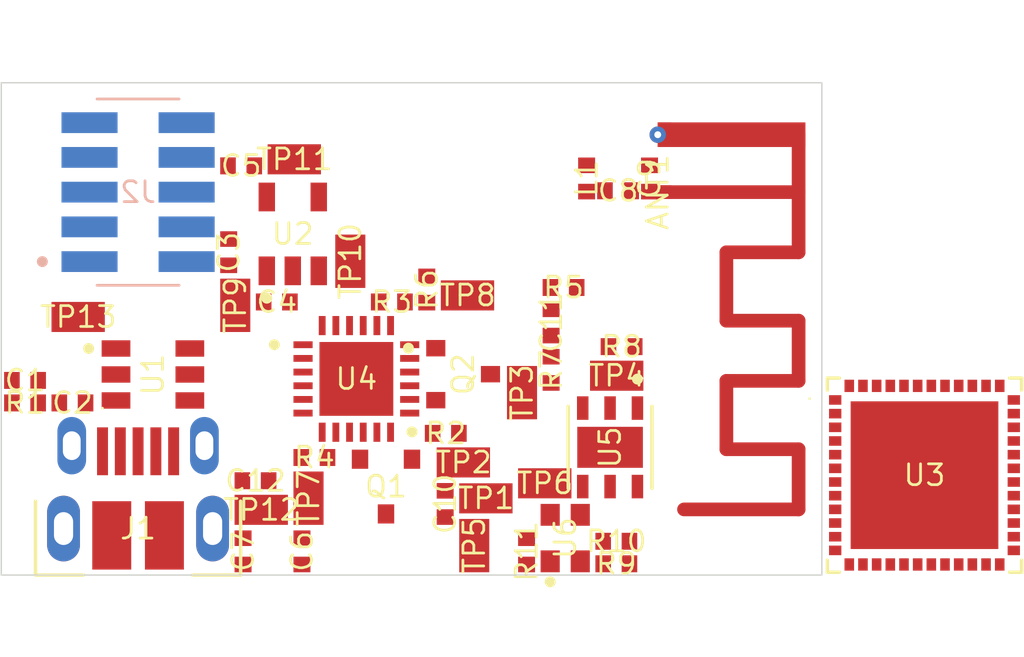
<source format=kicad_pcb>
(kicad_pcb (version 20171130) (host pcbnew 5.0.2)
  (general
    (links 0)
    (no_connects 0)
    (area 0 0 0 0)
    (thickness 1.6)
    (drawings 10)
    (tracks 0)
    (zones 0)
    (modules 0)
    (nets 36))
  (page A4)  (layers
    (0 F.Cu signal)
    (1 In1.Cu signal)
    (2 In2.Cu signal)
    (31 B.Cu signal)
    (32 B.Adhes user)
    (33 F.Adhes user)
    (34 B.Paste user)
    (35 F.Paste user)
    (36 B.SilkS user)
    (37 F.SilkS user)
    (38 B.Mask user)
    (39 F.Mask user)
    (40 Dwgs.User user)
    (41 Cmts.User user)
    (42 Eco1.User user)
    (43 Eco2.User user)
    (44 Edge.Cuts user)
    (45 Margin user)
    (46 B.CrtYd user)
    (47 F.CrtYd user)
    (48 B.Fab user)
    (49 F.Fab user))
  (setup
    (last_trace_width 0)
    (trace_clearance 0.2)
    (zone_clearance 0)
    (zone_45_only no)
    (trace_min 0.13)
    (segment_width 0.2)
    (edge_width 0.15)
    (via_size 0.5588)
    (via_drill 0.254)
    (via_min_size 0.5588)
    (via_min_drill 0.254)
    (uvia_size 0.01)
    (uvia_drill 0)
    (uvias_allowed no)
    (uvia_min_size 0)
    (uvia_min_drill 0)
    (pcb_text_width 0.3)
    (pcb_text_size 1.5 1.5)
    (mod_edge_width 0.15)
    (mod_text_size 1 1)
    (mod_text_width 0.15)
    (pad_size 1.524 1.524)
    (pad_drill 0.762)
    (pad_to_mask_clearance 0.051)
    (aux_axis_origin 0 0)
    (visible_elements FFFFFF7F)
    (pcbplotparams
      (layerselection 0x00030_80000001)
      (usegerberextensions false)
      (excludeedgelayer true)
      (linewidth 0.050000)
      (plotframeref false)
      (viasonmask false)
      (mode 1)
      (useauxorigin false)
      (hpglpennumber 1)
      (hpglpenspeed 20)
      (hpglpendiameter 15)
      (hpglpenoverlay 2)
      (psnegative false)
      (psa4output false)
      (plotreference true)
      (plotvalue true)
      (plotinvisibletext false)
      (padsonsilk false)
      (subtractmaskfromsilk false)
      (outputformat 1)
      (mirror false)
      (drillshape 1)
      (scaleselection 1)
      (outputdirectory ""))
  )
  (net 1 "D+")
  (net 2 "PC-TX")
  (net 3 "H-I2C_sda")
  (net 4 "PC-SET")
  (net 5 "VBUS")
  (net 6 "ESP-TX")
  (net 7 "D-")
  (net 8 "P5V0")
  (net 9 "P3V3")
  (net 10 "PC-RX")
  (net 11 "gnd")
  (net 12 "H-I2C_scl")
  (net 13 "ID")
  (net 14 "PC-RESET")
  (net 15 "ESP-RX")
  (net 16 "b")
  (net 17 "TXD_SCI")
  (net 18 "pwm1_timer")
  (net 19 "c")
  (net 20 "l_b")
  (net 21 "launch")
  (net 22 "pwm0_timer")
  (net 23 "RTS_ECI")
  (net 24 "RTS_SCI")
  (net 25 "g")
  (net 26 "LNA-IN")
  (net 27 "nRST")
  (net 28 "DTR_ECI")
  (net 29 "EN")
  (net 30 "RXD_SCI")
  (net 31 "r")
  (net 32 "proc_q1_b")
  (net 33 "DTR_SCI")
  (net 34 "pwm2_timer")
  (net 35 "rid_p1")
  (module ble-mote:dummy0 (layer F.Cu) (tedit 00000000)
    (at 160.2 97.9 0.0)
    (fp_poly (pts (xy -2.7 -0.45) (xy -2.7 0.45) (xy 2.7 0.45) (xy 2.7 -0.45)) (layer F.Cu) (width 0)))
  (module ble-mote:ant_2GHz4_inverted_f_geom (layer F.Cu) (tedit 00000000)
    (at 157.5 100.0 270.0)
    (pad launch smd rect
      (at 0.0 -0.25 270.0)
      (size 0.5 0.5)
      (net 21 "launch")
      (layers F.Cu F.Paste))
    (pad gnd smd rect
      (at -2.1 -0.25 270.0)
      (size 0.9 0.5)
      (net 11 "gnd")
      (layers F.Cu F.Paste))
    (fp_poly (pts (xy -0.4 0.15) (xy 0.4 0.15) (xy 0.4 -0.65) (xy -0.4 -0.65)) (layer F.Mask) (width 0))
    (fp_poly (pts (xy -2.7 0.15) (xy -1.5 0.15) (xy -1.5 -0.65) (xy -2.7 -0.65)) (layer F.Mask) (width 0))
    (fp_line (start -4.0 -0.5) (end 14.0 -0.5) (layer F.CrtYd) (width 0.05))
    (fp_line (start 14.0 -0.5) (end 14.0 -6.0) (layer F.CrtYd) (width 0.05))
    (fp_line (start 14.0 -6.0) (end -4.0 -6.0) (layer F.CrtYd) (width 0.05))
    (fp_line (start -4.0 -6.0) (end -4.0 -0.5) (layer F.CrtYd) (width 0.05))
    (fp_line (start -4.0 -0.5) (end 14.0 -0.5) (layer B.CrtYd) (width 0.05))
    (fp_line (start 14.0 -0.5) (end 14.0 -6.0) (layer B.CrtYd) (width 0.05))
    (fp_line (start 14.0 -6.0) (end -4.0 -6.0) (layer B.CrtYd) (width 0.05))
    (fp_line (start -4.0 -6.0) (end -4.0 -0.5) (layer B.CrtYd) (width 0.05))
    (fp_line (start 17.0 -6.0) (end -7.0 -6.0) (layer Cmts.User) (width 0.05))
    (fp_text reference "ANT1" (at 0.0 0.0 90.0) (layer F.SilkS)
      (effects (font (size 0.762 0.762) (thickness 0.10)) (justify ))))
  (module ble-mote:ipc_two_pin_landpattern (layer F.Cu) (tedit 00000000)
    (at 149.727800250053 111.400199890137 90.0)
    (pad 1 smd rect
      (at -0.48 0.0 90.0)
      (size 0.57 0.62)
      (net 11 "gnd")
      (layers F.Cu F.Paste))
    (pad 2 smd rect
      (at 0.48 0.0 90.0)
      (size 0.57 0.62)
      (net 9 "P3V3")
      (layers F.Cu F.Paste))
    (fp_poly (pts (xy -0.915 0.46) (xy -0.045 0.46) (xy -0.045 -0.46) (xy -0.915 -0.46)) (layer F.Mask) (width 0))
    (fp_poly (pts (xy 0.045 0.46) (xy 0.915 0.46) (xy 0.915 -0.46) (xy 0.045 -0.46)) (layer F.Mask) (width 0))
    (fp_line (start -0.765 0.31) (end 0.765 0.31) (layer F.CrtYd) (width 0.05))
    (fp_line (start 0.765 0.31) (end 0.765 -0.31) (layer F.CrtYd) (width 0.05))
    (fp_line (start 0.765 -0.31) (end -0.765 -0.31) (layer F.CrtYd) (width 0.05))
    (fp_line (start -0.765 -0.31) (end -0.765 0.31) (layer F.CrtYd) (width 0.05))
    (fp_text reference "C10" (at 0.0 0.0 90.0) (layer F.SilkS)
      (effects (font (size 0.762 0.762) (thickness 0.10)) (justify )))
    (fp_text reference "C10" (at 0.0 0.0 90.0) (layer F.SilkS)
      (effects (font (size 0.762 0.762) (thickness 0.10)) (justify ))))
  (module ble-mote:ipc_two_pin_landpattern (layer F.Cu) (tedit 00000000)
    (at 144.946400642395 109.701999664307 180.0)
    (pad 1 smd rect
      (at -0.48 0.0 180.0)
      (size 0.57 0.62)
      (net 27 "nRST")
      (layers F.Cu F.Paste))
    (pad 2 smd rect
      (at 0.48 0.0 180.0)
      (size 0.57 0.62)
      (net 9 "P3V3")
      (layers F.Cu F.Paste))
    (fp_poly (pts (xy -0.915 0.46) (xy -0.045 0.46) (xy -0.045 -0.46) (xy -0.915 -0.46)) (layer F.Mask) (width 0))
    (fp_poly (pts (xy 0.045 0.46) (xy 0.915 0.46) (xy 0.915 -0.46) (xy 0.045 -0.46)) (layer F.Mask) (width 0))
    (fp_line (start -0.765 0.31) (end 0.765 0.31) (layer F.CrtYd) (width 0.05))
    (fp_line (start 0.765 0.31) (end 0.765 -0.31) (layer F.CrtYd) (width 0.05))
    (fp_line (start 0.765 -0.31) (end -0.765 -0.31) (layer F.CrtYd) (width 0.05))
    (fp_line (start -0.765 -0.31) (end -0.765 0.31) (layer F.CrtYd) (width 0.05))
    (fp_text reference "R4" (at 0.0 0.0 0.0) (layer F.SilkS)
      (effects (font (size 0.762 0.762) (thickness 0.10)) (justify )))
    (fp_text reference "R4" (at 0.0 0.0 0.0) (layer F.SilkS)
      (effects (font (size 0.762 0.762) (thickness 0.10)) (justify ))))
  (module ble-mote:ipc_two_pin_landpattern (layer F.Cu) (tedit 00000000)
    (at 156.178199768066 105.64880001545 180.0)
    (pad 1 smd rect
      (at -0.48 0.0 180.0)
      (size 0.57 0.62)
      (net 12 "H-I2C_scl")
      (layers F.Cu F.Paste))
    (pad 2 smd rect
      (at 0.48 0.0 180.0)
      (size 0.57 0.62)
      (net 9 "P3V3")
      (layers F.Cu F.Paste))
    (fp_poly (pts (xy -0.915 0.46) (xy -0.045 0.46) (xy -0.045 -0.46) (xy -0.915 -0.46)) (layer F.Mask) (width 0))
    (fp_poly (pts (xy 0.045 0.46) (xy 0.915 0.46) (xy 0.915 -0.46) (xy 0.045 -0.46)) (layer F.Mask) (width 0))
    (fp_line (start -0.765 0.31) (end 0.765 0.31) (layer F.CrtYd) (width 0.05))
    (fp_line (start 0.765 0.31) (end 0.765 -0.31) (layer F.CrtYd) (width 0.05))
    (fp_line (start 0.765 -0.31) (end -0.765 -0.31) (layer F.CrtYd) (width 0.05))
    (fp_line (start -0.765 -0.31) (end -0.765 0.31) (layer F.CrtYd) (width 0.05))
    (fp_text reference "R8" (at 0.0 0.0 0.0) (layer F.SilkS)
      (effects (font (size 0.762 0.762) (thickness 0.10)) (justify )))
    (fp_text reference "R8" (at 0.0 0.0 0.0) (layer F.SilkS)
      (effects (font (size 0.762 0.762) (thickness 0.10)) (justify ))))
  (module ble-mote:ipc_two_pin_landpattern (layer F.Cu) (tedit 00000000)
    (at 154.056001663208 103.485599637032 180.0)
    (pad 1 smd rect
      (at -0.48 0.0 180.0)
      (size 0.57 0.62)
      (net 9 "P3V3")
      (layers F.Cu F.Paste))
    (pad 2 smd rect
      (at 0.48 0.0 180.0)
      (size 0.57 0.62)
      (net 4 "PC-SET")
      (layers F.Cu F.Paste))
    (fp_poly (pts (xy -0.915 0.46) (xy -0.045 0.46) (xy -0.045 -0.46) (xy -0.915 -0.46)) (layer F.Mask) (width 0))
    (fp_poly (pts (xy 0.045 0.46) (xy 0.915 0.46) (xy 0.915 -0.46) (xy 0.045 -0.46)) (layer F.Mask) (width 0))
    (fp_line (start -0.765 0.31) (end 0.765 0.31) (layer F.CrtYd) (width 0.05))
    (fp_line (start 0.765 0.31) (end 0.765 -0.31) (layer F.CrtYd) (width 0.05))
    (fp_line (start 0.765 -0.31) (end -0.765 -0.31) (layer F.CrtYd) (width 0.05))
    (fp_line (start -0.765 -0.31) (end -0.765 0.31) (layer F.CrtYd) (width 0.05))
    (fp_text reference "R5" (at 0.0 0.0 0.0) (layer F.SilkS)
      (effects (font (size 0.762 0.762) (thickness 0.10)) (justify )))
    (fp_text reference "R5" (at 0.0 0.0 0.0) (layer F.SilkS)
      (effects (font (size 0.762 0.762) (thickness 0.10)) (justify ))))
  (module ble-mote:ipc_two_pin_landpattern (layer F.Cu) (tedit 00000000)
    (at 155.985601425171 113.588399887085 180.0)
    (pad 1 smd rect
      (at -0.48 0.0 180.0)
      (size 0.57 0.62)
      (net 22 "pwm0_timer")
      (layers F.Cu F.Paste))
    (pad 2 smd rect
      (at 0.48 0.0 180.0)
      (size 0.57 0.62)
      (net 31 "r")
      (layers F.Cu F.Paste))
    (fp_poly (pts (xy -0.915 0.46) (xy -0.045 0.46) (xy -0.045 -0.46) (xy -0.915 -0.46)) (layer F.Mask) (width 0))
    (fp_poly (pts (xy 0.045 0.46) (xy 0.915 0.46) (xy 0.915 -0.46) (xy 0.045 -0.46)) (layer F.Mask) (width 0))
    (fp_line (start -0.765 0.31) (end 0.765 0.31) (layer F.CrtYd) (width 0.05))
    (fp_line (start 0.765 0.31) (end 0.765 -0.31) (layer F.CrtYd) (width 0.05))
    (fp_line (start 0.765 -0.31) (end -0.765 -0.31) (layer F.CrtYd) (width 0.05))
    (fp_line (start -0.765 -0.31) (end -0.765 0.31) (layer F.CrtYd) (width 0.05))
    (fp_text reference "R9" (at 0.0 0.0 0.0) (layer F.SilkS)
      (effects (font (size 0.762 0.762) (thickness 0.10)) (justify )))
    (fp_text reference "R9" (at 0.0 0.0 0.0) (layer F.SilkS)
      (effects (font (size 0.762 0.762) (thickness 0.10)) (justify ))))
  (module ble-mote:ipc_two_pin_landpattern (layer F.Cu) (tedit 00000000)
    (at 152.704200744629 113.133399963379 90.0)
    (pad 1 smd rect
      (at -0.48 0.0 90.0)
      (size 0.57 0.62)
      (net 34 "pwm2_timer")
      (layers F.Cu F.Paste))
    (pad 2 smd rect
      (at 0.48 0.0 90.0)
      (size 0.57 0.62)
      (net 20 "l_b")
      (layers F.Cu F.Paste))
    (fp_poly (pts (xy -0.915 0.46) (xy -0.045 0.46) (xy -0.045 -0.46) (xy -0.915 -0.46)) (layer F.Mask) (width 0))
    (fp_poly (pts (xy 0.045 0.46) (xy 0.915 0.46) (xy 0.915 -0.46) (xy 0.045 -0.46)) (layer F.Mask) (width 0))
    (fp_line (start -0.765 0.31) (end 0.765 0.31) (layer F.CrtYd) (width 0.05))
    (fp_line (start 0.765 0.31) (end 0.765 -0.31) (layer F.CrtYd) (width 0.05))
    (fp_line (start 0.765 -0.31) (end -0.765 -0.31) (layer F.CrtYd) (width 0.05))
    (fp_line (start -0.765 -0.31) (end -0.765 0.31) (layer F.CrtYd) (width 0.05))
    (fp_text reference "R11" (at 0.0 0.0 90.0) (layer F.SilkS)
      (effects (font (size 0.762 0.762) (thickness 0.10)) (justify )))
    (fp_text reference "R11" (at 0.0 0.0 90.0) (layer F.SilkS)
      (effects (font (size 0.762 0.762) (thickness 0.10)) (justify ))))
  (module ble-mote:rc_landpattern (layer F.Cu) (tedit 00000000)
    (at 155.999201774597 106.712000131607 180.0)
    (pad p smd rect
      (at 0.0 0.0 180.0)
      (size 1.95 1.1)
      (net 12 "H-I2C_scl")
      (layers F.Cu F.Paste))
    (fp_poly (pts (xy -1.125 0.7) (xy 1.125 0.7) (xy 1.125 -0.7) (xy -1.125 -0.7)) (layer F.Mask) (width 0))
    (fp_line (start -0.975 0.55) (end 0.975 0.55) (layer F.CrtYd) (width 0.05))
    (fp_line (start 0.975 0.55) (end 0.975 -0.55) (layer F.CrtYd) (width 0.05))
    (fp_line (start 0.975 -0.55) (end -0.975 -0.55) (layer F.CrtYd) (width 0.05))
    (fp_line (start -0.975 -0.55) (end -0.975 0.55) (layer F.CrtYd) (width 0.05))
    (fp_text reference "TP4" (at 0.0 0.0 0.0) (layer F.SilkS)
      (effects (font (size 0.762 0.762) (thickness 0.10)) (justify ))))
  (module ble-mote:rc_landpattern (layer F.Cu) (tedit 00000000)
    (at 150.544200897217 103.775599241257 0.0)
    (pad p smd rect
      (at 0.0 0.0 0.0)
      (size 1.95 1.1)
      (net 10 "PC-RX")
      (layers F.Cu F.Paste))
    (fp_poly (pts (xy -1.125 0.7) (xy 1.125 0.7) (xy 1.125 -0.7) (xy -1.125 -0.7)) (layer F.Mask) (width 0))
    (fp_line (start -0.975 0.55) (end 0.975 0.55) (layer F.CrtYd) (width 0.05))
    (fp_line (start 0.975 0.55) (end 0.975 -0.55) (layer F.CrtYd) (width 0.05))
    (fp_line (start 0.975 -0.55) (end -0.975 -0.55) (layer F.CrtYd) (width 0.05))
    (fp_line (start -0.975 -0.55) (end -0.975 0.55) (layer F.CrtYd) (width 0.05))
    (fp_text reference "TP8" (at 0.0 0.0 0.0) (layer F.SilkS)
      (effects (font (size 0.762 0.762) (thickness 0.10)) (justify ))))
  (module ble-mote:rc_landpattern (layer F.Cu) (tedit 00000000)
    (at 143.003200531006 111.615200042725 0.0)
    (pad p smd rect
      (at 0.0 0.0 0.0)
      (size 1.95 1.1)
      (net 11 "gnd")
      (layers F.Cu F.Paste))
    (fp_poly (pts (xy -1.125 0.7) (xy 1.125 0.7) (xy 1.125 -0.7) (xy -1.125 -0.7)) (layer F.Mask) (width 0))
    (fp_line (start -0.975 0.55) (end 0.975 0.55) (layer F.CrtYd) (width 0.05))
    (fp_line (start 0.975 0.55) (end 0.975 -0.55) (layer F.CrtYd) (width 0.05))
    (fp_line (start 0.975 -0.55) (end -0.975 -0.55) (layer F.CrtYd) (width 0.05))
    (fp_line (start -0.975 -0.55) (end -0.975 0.55) (layer F.CrtYd) (width 0.05))
    (fp_text reference "TP12" (at 0.0 0.0 0.0) (layer F.SilkS)
      (effects (font (size 0.762 0.762) (thickness 0.10)) (justify ))))
  (module ble-mote:ipc_two_pin_landpattern (layer F.Cu) (tedit 00000000)
    (at 134.366600036621 107.706799507141 0.0)
    (pad 1 smd rect
      (at -0.48 0.0 0.0)
      (size 0.57 0.62)
      (net 35 "rid_p1")
      (layers F.Cu F.Paste))
    (pad 2 smd rect
      (at 0.48 0.0 0.0)
      (size 0.57 0.62)
      (net 11 "gnd")
      (layers F.Cu F.Paste))
    (fp_poly (pts (xy -0.915 0.46) (xy -0.045 0.46) (xy -0.045 -0.46) (xy -0.915 -0.46)) (layer F.Mask) (width 0))
    (fp_poly (pts (xy 0.045 0.46) (xy 0.915 0.46) (xy 0.915 -0.46) (xy 0.045 -0.46)) (layer F.Mask) (width 0))
    (fp_line (start -0.765 0.31) (end 0.765 0.31) (layer F.CrtYd) (width 0.05))
    (fp_line (start 0.765 0.31) (end 0.765 -0.31) (layer F.CrtYd) (width 0.05))
    (fp_line (start 0.765 -0.31) (end -0.765 -0.31) (layer F.CrtYd) (width 0.05))
    (fp_line (start -0.765 -0.31) (end -0.765 0.31) (layer F.CrtYd) (width 0.05))
    (fp_text reference "R1" (at 0.0 0.0 0.0) (layer F.SilkS)
      (effects (font (size 0.762 0.762) (thickness 0.10)) (justify )))
    (fp_text reference "R1" (at 0.0 0.0 0.0) (layer F.SilkS)
      (effects (font (size 0.762 0.762) (thickness 0.10)) (justify ))))
  (module ble-mote:ipc_two_pin_landpattern (layer F.Cu) (tedit 00000000)
    (at 136.099800109863 107.706799507141 180.0)
    (pad 1 smd rect
      (at -0.48 0.0 180.0)
      (size 0.57 0.62)
      (net 5 "VBUS")
      (layers F.Cu F.Paste))
    (pad 2 smd rect
      (at 0.48 0.0 180.0)
      (size 0.57 0.62)
      (net 11 "gnd")
      (layers F.Cu F.Paste))
    (fp_poly (pts (xy -0.915 0.46) (xy -0.045 0.46) (xy -0.045 -0.46) (xy -0.915 -0.46)) (layer F.Mask) (width 0))
    (fp_poly (pts (xy 0.045 0.46) (xy 0.915 0.46) (xy 0.915 -0.46) (xy 0.045 -0.46)) (layer F.Mask) (width 0))
    (fp_line (start -0.765 0.31) (end 0.765 0.31) (layer F.CrtYd) (width 0.05))
    (fp_line (start 0.765 0.31) (end 0.765 -0.31) (layer F.CrtYd) (width 0.05))
    (fp_line (start 0.765 -0.31) (end -0.765 -0.31) (layer F.CrtYd) (width 0.05))
    (fp_line (start -0.765 -0.31) (end -0.765 0.31) (layer F.CrtYd) (width 0.05))
    (fp_text reference "C2" (at 0.0 0.0 0.0) (layer F.SilkS)
      (effects (font (size 0.762 0.762) (thickness 0.10)) (justify )))
    (fp_text reference "C2" (at 0.0 0.0 0.0) (layer F.SilkS)
      (effects (font (size 0.762 0.762) (thickness 0.10)) (justify ))))
  (module ble-mote:ipc_two_pin_landpattern (layer F.Cu) (tedit 00000000)
    (at 143.571400642395 104.015599370003 180.0)
    (pad 1 smd rect
      (at -0.48 0.0 180.0)
      (size 0.57 0.62)
      (net 11 "gnd")
      (layers F.Cu F.Paste))
    (pad 2 smd rect
      (at 0.48 0.0 180.0)
      (size 0.57 0.62)
      (net 8 "P5V0")
      (layers F.Cu F.Paste))
    (fp_poly (pts (xy -0.915 0.46) (xy -0.045 0.46) (xy -0.045 -0.46) (xy -0.915 -0.46)) (layer F.Mask) (width 0))
    (fp_poly (pts (xy 0.045 0.46) (xy 0.915 0.46) (xy 0.915 -0.46) (xy 0.045 -0.46)) (layer F.Mask) (width 0))
    (fp_line (start -0.765 0.31) (end 0.765 0.31) (layer F.CrtYd) (width 0.05))
    (fp_line (start 0.765 0.31) (end 0.765 -0.31) (layer F.CrtYd) (width 0.05))
    (fp_line (start 0.765 -0.31) (end -0.765 -0.31) (layer F.CrtYd) (width 0.05))
    (fp_line (start -0.765 -0.31) (end -0.765 0.31) (layer F.CrtYd) (width 0.05))
    (fp_text reference "C4" (at 0.0 0.0 0.0) (layer F.SilkS)
      (effects (font (size 0.762 0.762) (thickness 0.10)) (justify )))
    (fp_text reference "C4" (at 0.0 0.0 0.0) (layer F.SilkS)
      (effects (font (size 0.762 0.762) (thickness 0.10)) (justify ))))
  (module ble-mote:ipc_two_pin_landpattern (layer F.Cu) (tedit 00000000)
    (at 144.491400718689 113.133399963379 270.0)
    (pad 1 smd rect
      (at -0.48 0.0 270.0)
      (size 0.57 0.62)
      (net 11 "gnd")
      (layers F.Cu F.Paste))
    (pad 2 smd rect
      (at 0.48 0.0 270.0)
      (size 0.57 0.62)
      (net 9 "P3V3")
      (layers F.Cu F.Paste))
    (fp_poly (pts (xy -0.915 0.46) (xy -0.045 0.46) (xy -0.045 -0.46) (xy -0.915 -0.46)) (layer F.Mask) (width 0))
    (fp_poly (pts (xy 0.045 0.46) (xy 0.915 0.46) (xy 0.915 -0.46) (xy 0.045 -0.46)) (layer F.Mask) (width 0))
    (fp_line (start -0.765 0.31) (end 0.765 0.31) (layer F.CrtYd) (width 0.05))
    (fp_line (start 0.765 0.31) (end 0.765 -0.31) (layer F.CrtYd) (width 0.05))
    (fp_line (start 0.765 -0.31) (end -0.765 -0.31) (layer F.CrtYd) (width 0.05))
    (fp_line (start -0.765 -0.31) (end -0.765 0.31) (layer F.CrtYd) (width 0.05))
    (fp_text reference "C6" (at 0.0 0.0 90.0) (layer F.SilkS)
      (effects (font (size 0.762 0.762) (thickness 0.10)) (justify )))
    (fp_text reference "C6" (at 0.0 0.0 90.0) (layer F.SilkS)
      (effects (font (size 0.762 0.762) (thickness 0.10)) (justify ))))
  (module ble-mote:SOT95P280X100_3N (layer F.Cu) (tedit 00000000)
    (at 147.564600586891 110.765200138092 180.0)
    (pad 1 smd rect
      (at -0.95 1.0 180.0)
      (size 0.6 0.7)
      (net 16 "b")
      (layers F.Cu F.Paste))
    (pad 2 smd rect
      (at 0.95 1.0 180.0)
      (size 0.6 0.7)
      (net 23 "RTS_ECI")
      (layers F.Cu F.Paste))
    (pad 3 smd rect
      (at 0.0 -1.0 180.0)
      (size 0.6 0.7)
      (net 29 "EN")
      (layers F.Cu F.Paste))
    (fp_poly (pts (xy -1.4 1.5) (xy -0.5 1.5) (xy -0.5 0.5) (xy -1.4 0.5)) (layer F.Mask) (width 0))
    (fp_poly (pts (xy 0.5 1.5) (xy 1.4 1.5) (xy 1.4 0.5) (xy 0.5 0.5)) (layer F.Mask) (width 0))
    (fp_poly (pts (xy -0.45 -0.5) (xy 0.45 -0.5) (xy 0.45 -1.5) (xy -0.45 -1.5)) (layer F.Mask) (width 0))
    (fp_line (start -1.65 1.4) (end 1.65 1.4) (layer F.CrtYd) (width 0.05))
    (fp_line (start 1.65 1.4) (end 1.65 -1.4) (layer F.CrtYd) (width 0.05))
    (fp_line (start 1.65 -1.4) (end -1.65 -1.4) (layer F.CrtYd) (width 0.05))
    (fp_line (start -1.65 -1.4) (end -1.65 1.4) (layer F.CrtYd) (width 0.05))
    (fp_poly (pts (xy -0.75 2.0) (xy -0.753842943919354 1.96098193559677) (xy -0.765224093497743 1.92346331352698) (xy -0.783706077539491 1.88888595339608) (xy -0.80857864376269 1.85857864376269) (xy -0.83888595339608 1.83370607753949) (xy -0.873463313526982 1.81522409349774) (xy -0.910981935596774 1.80384294391935) (xy -0.95 1.8) (xy -0.989018064403226 1.80384294391935) (xy -1.02653668647302 1.81522409349774) (xy -1.06111404660392 1.83370607753949) (xy -1.09142135623731 1.85857864376269) (xy -1.11629392246051 1.88888595339608) (xy -1.13477590650226 1.92346331352698) (xy -1.14615705608065 1.96098193559677) (xy -1.15 2.0) (xy -1.14615705608065 2.03901806440323) (xy -1.13477590650226 2.07653668647302) (xy -1.11629392246051 2.11111404660392) (xy -1.09142135623731 2.14142135623731) (xy -1.06111404660392 2.16629392246051) (xy -1.02653668647302 2.18477590650226) (xy -0.989018064403226 2.19615705608065) (xy -0.95 2.2) (xy -0.910981935596774 2.19615705608065) (xy -0.873463313526982 2.18477590650226) (xy -0.83888595339608 2.16629392246051) (xy -0.808578643762691 2.14142135623731) (xy -0.783706077539491 2.11111404660392) (xy -0.765224093497743 2.07653668647302) (xy -0.753842943919354 2.03901806440323)) (layer F.SilkS) (width 0))
    (fp_text reference "Q1" (at 0.0 0.0 0.0) (layer F.SilkS)
      (effects (font (size 0.762 0.762) (thickness 0.10)) (justify ))))
  (module ble-mote:SOT95P280X100_3N (layer F.Cu) (tedit 00000000)
    (at 150.38460123539 106.655599951744 270.0)
    (pad 1 smd rect
      (at -0.95 1.0 270.0)
      (size 0.6 0.7)
      (net 32 "proc_q1_b")
      (layers F.Cu F.Paste))
    (pad 2 smd rect
      (at 0.95 1.0 270.0)
      (size 0.6 0.7)
      (net 28 "DTR_ECI")
      (layers F.Cu F.Paste))
    (pad 3 smd rect
      (at 0.0 -1.0 270.0)
      (size 0.6 0.7)
      (net 19 "c")
      (layers F.Cu F.Paste))
    (fp_poly (pts (xy -1.4 1.5) (xy -0.5 1.5) (xy -0.5 0.5) (xy -1.4 0.5)) (layer F.Mask) (width 0))
    (fp_poly (pts (xy 0.5 1.5) (xy 1.4 1.5) (xy 1.4 0.5) (xy 0.5 0.5)) (layer F.Mask) (width 0))
    (fp_poly (pts (xy -0.45 -0.5) (xy 0.45 -0.5) (xy 0.45 -1.5) (xy -0.45 -1.5)) (layer F.Mask) (width 0))
    (fp_line (start -1.65 1.4) (end 1.65 1.4) (layer F.CrtYd) (width 0.05))
    (fp_line (start 1.65 1.4) (end 1.65 -1.4) (layer F.CrtYd) (width 0.05))
    (fp_line (start 1.65 -1.4) (end -1.65 -1.4) (layer F.CrtYd) (width 0.05))
    (fp_line (start -1.65 -1.4) (end -1.65 1.4) (layer F.CrtYd) (width 0.05))
    (fp_poly (pts (xy -0.75 2.0) (xy -0.753842943919354 1.96098193559677) (xy -0.765224093497743 1.92346331352698) (xy -0.783706077539491 1.88888595339608) (xy -0.80857864376269 1.85857864376269) (xy -0.83888595339608 1.83370607753949) (xy -0.873463313526982 1.81522409349774) (xy -0.910981935596774 1.80384294391935) (xy -0.95 1.8) (xy -0.989018064403226 1.80384294391935) (xy -1.02653668647302 1.81522409349774) (xy -1.06111404660392 1.83370607753949) (xy -1.09142135623731 1.85857864376269) (xy -1.11629392246051 1.88888595339608) (xy -1.13477590650226 1.92346331352698) (xy -1.14615705608065 1.96098193559677) (xy -1.15 2.0) (xy -1.14615705608065 2.03901806440323) (xy -1.13477590650226 2.07653668647302) (xy -1.11629392246051 2.11111404660392) (xy -1.09142135623731 2.14142135623731) (xy -1.06111404660392 2.16629392246051) (xy -1.02653668647302 2.18477590650226) (xy -0.989018064403226 2.19615705608065) (xy -0.95 2.2) (xy -0.910981935596774 2.19615705608065) (xy -0.873463313526982 2.18477590650226) (xy -0.83888595339608 2.16629392246051) (xy -0.808578643762691 2.14142135623731) (xy -0.783706077539491 2.11111404660392) (xy -0.765224093497743 2.07653668647302) (xy -0.753842943919354 2.03901806440323)) (layer F.SilkS) (width 0))
    (fp_text reference "Q2" (at 0.0 0.0 90.0) (layer F.SilkS)
      (effects (font (size 0.762 0.762) (thickness 0.10)) (justify ))))
  (module ble-mote:ipc_two_pin_landpattern (layer F.Cu) (tedit 00000000)
    (at 149.749601364136 108.818799495697 180.0)
    (pad 1 smd rect
      (at -0.48 0.0 180.0)
      (size 0.57 0.62)
      (net 28 "DTR_ECI")
      (layers F.Cu F.Paste))
    (pad 2 smd rect
      (at 0.48 0.0 180.0)
      (size 0.57 0.62)
      (net 16 "b")
      (layers F.Cu F.Paste))
    (fp_poly (pts (xy -0.915 0.46) (xy -0.045 0.46) (xy -0.045 -0.46) (xy -0.915 -0.46)) (layer F.Mask) (width 0))
    (fp_poly (pts (xy 0.045 0.46) (xy 0.915 0.46) (xy 0.915 -0.46) (xy 0.045 -0.46)) (layer F.Mask) (width 0))
    (fp_line (start -0.765 0.31) (end 0.765 0.31) (layer F.CrtYd) (width 0.05))
    (fp_line (start 0.765 0.31) (end 0.765 -0.31) (layer F.CrtYd) (width 0.05))
    (fp_line (start 0.765 -0.31) (end -0.765 -0.31) (layer F.CrtYd) (width 0.05))
    (fp_line (start -0.765 -0.31) (end -0.765 0.31) (layer F.CrtYd) (width 0.05))
    (fp_text reference "R2" (at 0.0 0.0 0.0) (layer F.SilkS)
      (effects (font (size 0.762 0.762) (thickness 0.10)) (justify )))
    (fp_text reference "R2" (at 0.0 0.0 0.0) (layer F.SilkS)
      (effects (font (size 0.762 0.762) (thickness 0.10)) (justify ))))
  (module ble-mote:ipc_two_pin_landpattern (layer F.Cu) (tedit 00000000)
    (at 156.05 99.95 0.0)
    (pad 1 smd rect
      (at -0.48 0.0 0.0)
      (size 0.57 0.62)
      (net 26 "LNA-IN")
      (layers F.Cu F.Paste))
    (pad 2 smd rect
      (at 0.48 0.0 0.0)
      (size 0.57 0.62)
      (net 21 "launch")
      (layers F.Cu F.Paste))
    (fp_poly (pts (xy -0.915 0.46) (xy -0.045 0.46) (xy -0.045 -0.46) (xy -0.915 -0.46)) (layer F.Mask) (width 0))
    (fp_poly (pts (xy 0.045 0.46) (xy 0.915 0.46) (xy 0.915 -0.46) (xy 0.045 -0.46)) (layer F.Mask) (width 0))
    (fp_line (start -0.765 0.31) (end 0.765 0.31) (layer F.CrtYd) (width 0.05))
    (fp_line (start 0.765 0.31) (end 0.765 -0.31) (layer F.CrtYd) (width 0.05))
    (fp_line (start 0.765 -0.31) (end -0.765 -0.31) (layer F.CrtYd) (width 0.05))
    (fp_line (start -0.765 -0.31) (end -0.765 0.31) (layer F.CrtYd) (width 0.05))
    (fp_text reference "C8" (at 0.0 0.0 0.0) (layer F.SilkS)
      (effects (font (size 0.762 0.762) (thickness 0.10)) (justify )))
    (fp_text reference "C8" (at 0.0 0.0 0.0) (layer F.SilkS)
      (effects (font (size 0.762 0.762) (thickness 0.10)) (justify ))))
  (module ble-mote:ipc_two_pin_landpattern (layer F.Cu) (tedit 00000000)
    (at 157.2 99.5 270.0)
    (pad 1 smd rect
      (at -0.48 0.0 270.0)
      (size 0.57 0.62)
      (net 11 "gnd")
      (layers F.Cu F.Paste))
    (pad 2 smd rect
      (at 0.48 0.0 270.0)
      (size 0.57 0.62)
      (net 21 "launch")
      (layers F.Cu F.Paste))
    (fp_poly (pts (xy -0.915 0.46) (xy -0.045 0.46) (xy -0.045 -0.46) (xy -0.915 -0.46)) (layer F.Mask) (width 0))
    (fp_poly (pts (xy 0.045 0.46) (xy 0.915 0.46) (xy 0.915 -0.46) (xy 0.045 -0.46)) (layer F.Mask) (width 0))
    (fp_line (start -0.765 0.31) (end 0.765 0.31) (layer F.CrtYd) (width 0.05))
    (fp_line (start 0.765 0.31) (end 0.765 -0.31) (layer F.CrtYd) (width 0.05))
    (fp_line (start 0.765 -0.31) (end -0.765 -0.31) (layer F.CrtYd) (width 0.05))
    (fp_line (start -0.765 -0.31) (end -0.765 0.31) (layer F.CrtYd) (width 0.05))
    (fp_text reference "C9" (at 0.0 0.0 90.0) (layer F.SilkS)
      (effects (font (size 0.762 0.762) (thickness 0.10)) (justify )))
    (fp_text reference "C9" (at 0.0 0.0 90.0) (layer F.SilkS)
      (effects (font (size 0.762 0.762) (thickness 0.10)) (justify ))))
  (module ble-mote:ipc_two_pin_landpattern (layer F.Cu) (tedit 00000000)
    (at 154.9 99.5 270.0)
    (pad 1 smd rect
      (at -0.48 0.0 270.0)
      (size 0.57 0.62)
      (net 11 "gnd")
      (layers F.Cu F.Paste))
    (pad 2 smd rect
      (at 0.48 0.0 270.0)
      (size 0.57 0.62)
      (net 26 "LNA-IN")
      (layers F.Cu F.Paste))
    (fp_poly (pts (xy -0.915 0.46) (xy -0.045 0.46) (xy -0.045 -0.46) (xy -0.915 -0.46)) (layer F.Mask) (width 0))
    (fp_poly (pts (xy 0.045 0.46) (xy 0.915 0.46) (xy 0.915 -0.46) (xy 0.045 -0.46)) (layer F.Mask) (width 0))
    (fp_line (start -0.765 0.31) (end 0.765 0.31) (layer F.CrtYd) (width 0.05))
    (fp_line (start 0.765 0.31) (end 0.765 -0.31) (layer F.CrtYd) (width 0.05))
    (fp_line (start 0.765 -0.31) (end -0.765 -0.31) (layer F.CrtYd) (width 0.05))
    (fp_line (start -0.765 -0.31) (end -0.765 0.31) (layer F.CrtYd) (width 0.05))
    (fp_text reference "L1" (at 0.0 0.0 90.0) (layer F.SilkS)
      (effects (font (size 0.762 0.762) (thickness 0.10)) (justify )))
    (fp_text reference "L1" (at 0.0 0.0 90.0) (layer F.SilkS)
      (effects (font (size 0.762 0.762) (thickness 0.10)) (justify ))))
  (module ble-mote:rgb_2020 (layer F.Cu) (tedit 00000000)
    (at 154.117401123047 112.648400306702 90.0)
    (pad 1 smd rect
      (at -0.85 -0.55 90.0)
      (size 0.8 0.7)
      (net 31 "r")
      (layers F.Cu F.Paste))
    (pad 2 smd rect
      (at 0.85 -0.55 90.0)
      (size 0.8 0.7)
      (net 20 "l_b")
      (layers F.Cu F.Paste))
    (pad 3 smd rect
      (at -0.85 0.55 90.0)
      (size 0.8 0.7)
      (net 9 "P3V3")
      (layers F.Cu F.Paste))
    (pad 4 smd rect
      (at 0.85 0.55 90.0)
      (size 0.8 0.7)
      (net 25 "g")
      (layers F.Cu F.Paste))
    (fp_poly (pts (xy -1.4 -0.05) (xy -0.3 -0.05) (xy -0.3 -1.05) (xy -1.4 -1.05)) (layer F.Mask) (width 0))
    (fp_poly (pts (xy 0.3 -0.05) (xy 1.4 -0.05) (xy 1.4 -1.05) (xy 0.3 -1.05)) (layer F.Mask) (width 0))
    (fp_poly (pts (xy -1.4 1.05) (xy -0.3 1.05) (xy -0.3 0.05) (xy -1.4 0.05)) (layer F.Mask) (width 0))
    (fp_poly (pts (xy 0.3 1.05) (xy 1.4 1.05) (xy 1.4 0.05) (xy 0.3 0.05)) (layer F.Mask) (width 0))
    (fp_line (start -1.25 0.9) (end 1.25 0.9) (layer F.CrtYd) (width 0.05))
    (fp_line (start 1.25 0.9) (end 1.25 -0.9) (layer F.CrtYd) (width 0.05))
    (fp_line (start 1.25 -0.9) (end -1.25 -0.9) (layer F.CrtYd) (width 0.05))
    (fp_line (start -1.25 -0.9) (end -1.25 0.9) (layer F.CrtYd) (width 0.05))
    (fp_poly (pts (xy -1.4 -0.55) (xy -1.40384294391935 -0.589018064403226) (xy -1.41522409349774 -0.626536686473018) (xy -1.43370607753949 -0.66111404660392) (xy -1.45857864376269 -0.691421356237309) (xy -1.48888595339608 -0.716293922460509) (xy -1.52346331352698 -0.734775906502257) (xy -1.56098193559677 -0.746157056080646) (xy -1.6 -0.75) (xy -1.63901806440323 -0.746157056080646) (xy -1.67653668647302 -0.734775906502257) (xy -1.71111404660392 -0.716293922460509) (xy -1.74142135623731 -0.69142135623731) (xy -1.76629392246051 -0.66111404660392) (xy -1.78477590650226 -0.626536686473018) (xy -1.79615705608065 -0.589018064403226) (xy -1.8 -0.55) (xy -1.79615705608065 -0.510981935596774) (xy -1.78477590650226 -0.473463313526982) (xy -1.76629392246051 -0.43888595339608) (xy -1.74142135623731 -0.408578643762691) (xy -1.71111404660392 -0.383706077539491) (xy -1.67653668647302 -0.365224093497743) (xy -1.63901806440323 -0.353842943919354) (xy -1.6 -0.35) (xy -1.56098193559677 -0.353842943919354) (xy -1.52346331352698 -0.365224093497743) (xy -1.48888595339608 -0.383706077539491) (xy -1.45857864376269 -0.40857864376269) (xy -1.43370607753949 -0.43888595339608) (xy -1.41522409349774 -0.473463313526982) (xy -1.40384294391935 -0.510981935596774)) (layer F.SilkS) (width 0))
    (fp_text reference "U6" (at 0.0 0.0 90.0) (layer F.SilkS)
      (effects (font (size 0.762 0.762) (thickness 0.10)) (justify ))))
  (module ble-mote:rc_landpattern (layer F.Cu) (tedit 00000000)
    (at 151.216000556946 111.195199966431 0.0)
    (pad p smd rect
      (at 0.0 0.0 0.0)
      (size 1.95 1.1)
      (net 6 "ESP-TX")
      (layers F.Cu F.Paste))
    (fp_poly (pts (xy -1.125 0.7) (xy 1.125 0.7) (xy 1.125 -0.7) (xy -1.125 -0.7)) (layer F.Mask) (width 0))
    (fp_line (start -0.975 0.55) (end 0.975 0.55) (layer F.CrtYd) (width 0.05))
    (fp_line (start 0.975 0.55) (end 0.975 -0.55) (layer F.CrtYd) (width 0.05))
    (fp_line (start 0.975 -0.55) (end -0.975 -0.55) (layer F.CrtYd) (width 0.05))
    (fp_line (start -0.975 -0.55) (end -0.975 0.55) (layer F.CrtYd) (width 0.05))
    (fp_text reference "TP1" (at 0.0 0.0 0.0) (layer F.SilkS)
      (effects (font (size 0.762 0.762) (thickness 0.10)) (justify ))))
  (module ble-mote:rc_landpattern (layer F.Cu) (tedit 00000000)
    (at 150.79100060463 112.923399925232 90.0)
    (pad p smd rect
      (at 0.0 0.0 90.0)
      (size 1.95 1.1)
      (net 29 "EN")
      (layers F.Cu F.Paste))
    (fp_poly (pts (xy -1.125 0.7) (xy 1.125 0.7) (xy 1.125 -0.7) (xy -1.125 -0.7)) (layer F.Mask) (width 0))
    (fp_line (start -0.975 0.55) (end 0.975 0.55) (layer F.CrtYd) (width 0.05))
    (fp_line (start 0.975 0.55) (end 0.975 -0.55) (layer F.CrtYd) (width 0.05))
    (fp_line (start 0.975 -0.55) (end -0.975 -0.55) (layer F.CrtYd) (width 0.05))
    (fp_line (start -0.975 -0.55) (end -0.975 0.55) (layer F.CrtYd) (width 0.05))
    (fp_text reference "TP5" (at 0.0 0.0 90.0) (layer F.SilkS)
      (effects (font (size 0.762 0.762) (thickness 0.10)) (justify ))))
  (module ble-mote:rc_landpattern (layer F.Cu) (tedit 00000000)
    (at 142.053200244904 104.138599514961 90.0)
    (pad p smd rect
      (at 0.0 0.0 90.0)
      (size 1.95 1.1)
      (net 8 "P5V0")
      (layers F.Cu F.Paste))
    (fp_poly (pts (xy -1.125 0.7) (xy 1.125 0.7) (xy 1.125 -0.7) (xy -1.125 -0.7)) (layer F.Mask) (width 0))
    (fp_line (start -0.975 0.55) (end 0.975 0.55) (layer F.CrtYd) (width 0.05))
    (fp_line (start 0.975 0.55) (end 0.975 -0.55) (layer F.CrtYd) (width 0.05))
    (fp_line (start 0.975 -0.55) (end -0.975 -0.55) (layer F.CrtYd) (width 0.05))
    (fp_line (start -0.975 -0.55) (end -0.975 0.55) (layer F.CrtYd) (width 0.05))
    (fp_text reference "TP9" (at 0.0 0.0 90.0) (layer F.SilkS)
      (effects (font (size 0.762 0.762) (thickness 0.10)) (justify ))))
  (module ble-mote:rc_landpattern (layer F.Cu) (tedit 00000000)
    (at 136.30980014801 104.563599407673 180.0)
    (pad p smd rect
      (at 0.0 0.0 180.0)
      (size 1.95 1.1)
      (net 11 "gnd")
      (layers F.Cu F.Paste))
    (fp_poly (pts (xy -1.125 0.7) (xy 1.125 0.7) (xy 1.125 -0.7) (xy -1.125 -0.7)) (layer F.Mask) (width 0))
    (fp_line (start -0.975 0.55) (end 0.975 0.55) (layer F.CrtYd) (width 0.05))
    (fp_line (start 0.975 0.55) (end 0.975 -0.55) (layer F.CrtYd) (width 0.05))
    (fp_line (start 0.975 -0.55) (end -0.975 -0.55) (layer F.CrtYd) (width 0.05))
    (fp_line (start -0.975 -0.55) (end -0.975 0.55) (layer F.CrtYd) (width 0.05))
    (fp_text reference "TP13" (at 0.0 0.0 0.0) (layer F.SilkS)
      (effects (font (size 0.762 0.762) (thickness 0.10)) (justify ))))
  (module ble-mote:amphenol_10103594_0001lf (layer F.Cu) (tedit 00000000)
    (at 138.5 112.3 0.0)
    (pad 1 smd rect
      (at -1.3 -2.825 0.0)
      (size 0.4 1.75)
      (net 5 "VBUS")
      (layers F.Cu F.Paste))
    (pad 2 smd rect
      (at -0.65 -2.825 0.0)
      (size 0.4 1.75)
      (net 7 "D-")
      (layers F.Cu F.Paste))
    (pad 3 smd rect
      (at 0.0 -2.825 0.0)
      (size 0.4 1.75)
      (net 1 "D+")
      (layers F.Cu F.Paste))
    (pad 4 smd rect
      (at 0.65 -2.825 0.0)
      (size 0.4 1.75)
      (net 13 "ID")
      (layers F.Cu F.Paste))
    (pad 5 smd rect
      (at 1.3 -2.825 0.0)
      (size 0.4 1.75)
      (net 11 "gnd")
      (layers F.Cu F.Paste))
    (pad 6 thru_hole oval
      (at -2.425 -3.03 90.0)
      (size 1.46 0.73)
      (net 35 "rid_p1")
      (drill oval 1.05 0.65)
      (layers *.Cu ))
    (pad 7 thru_hole oval
      (at 2.425 -3.03 90.0)
      (size 1.46 0.73)
      (net 35 "rid_p1")
      (drill oval 1.05 0.65)
      (layers *.Cu ))
    (pad 8 thru_hole oval
      (at -2.725 0.0 90.0)
      (size 2.4 1.2)
      (net 35 "rid_p1")
      (drill oval 1.2 0.7)
      (layers *.Cu ))
    (pad 9 thru_hole oval
      (at 2.725 0.0 90.0)
      (size 2.4 1.2)
      (net 35 "rid_p1")
      (drill oval 1.2 0.7)
      (layers *.Cu ))
    (pad 10 smd oval
      (at -2.425 -3.03 90.0)
      (size 2.1 1.05)
      (net 35 "rid_p1")
      (layers B.Cu B.Paste))
    (pad 11 smd oval
      (at 2.425 -3.03 90.0)
      (size 2.1 1.05)
      (net 35 "rid_p1")
      (layers B.Cu B.Paste))
    (pad 13 smd rect
      (at -0.9625 0.25 0.0)
      (size 1.425 2.5)
      (net 35 "rid_p1")
      (layers F.Cu F.Paste))
    (pad 14 smd rect
      (at 0.9625 0.25 0.0)
      (size 1.425 2.5)
      (net 35 "rid_p1")
      (layers F.Cu F.Paste))
    (fp_poly (pts (xy -1.65 -1.8) (xy -0.95 -1.8) (xy -0.95 -3.85) (xy -1.65 -3.85)) (layer F.Mask) (width 0))
    (fp_poly (pts (xy -1.0 -1.8) (xy -0.3 -1.8) (xy -0.3 -3.85) (xy -1.0 -3.85)) (layer F.Mask) (width 0))
    (fp_poly (pts (xy -0.35 -1.8) (xy 0.35 -1.8) (xy 0.35 -3.85) (xy -0.35 -3.85)) (layer F.Mask) (width 0))
    (fp_poly (pts (xy 0.3 -1.8) (xy 1.0 -1.8) (xy 1.0 -3.85) (xy 0.3 -3.85)) (layer F.Mask) (width 0))
    (fp_poly (pts (xy 0.95 -1.8) (xy 1.65 -1.8) (xy 1.65 -3.85) (xy 0.95 -3.85)) (layer F.Mask) (width 0))
    (fp_poly (pts (xy -1.91 -3.395) (xy -1.91989558059234 -3.49547151583831) (xy -1.94920204075669 -3.59208196766802) (xy -1.99679314966419 -3.6811186700051) (xy -2.06084000768893 -3.75915999231107) (xy -2.1388813299949 -3.82320685033581) (xy -2.22791803233198 -3.87079795924331) (xy -2.32452848416169 -3.90010441940766) (xy -2.425 -3.91) (xy -2.52547151583831 -3.90010441940766) (xy -2.62208196766802 -3.87079795924331) (xy -2.71111867000509 -3.82320685033581) (xy -2.78915999231107 -3.75915999231107) (xy -2.85320685033581 -3.68111867000509) (xy -2.90079795924331 -3.59208196766802) (xy -2.93010441940766 -3.49547151583831) (xy -2.94 -3.395) (xy -2.94 -2.665) (xy -2.93010441940766 -2.56452848416169) (xy -2.90079795924331 -2.46791803233198) (xy -2.85320685033581 -2.3788813299949) (xy -2.78915999231107 -2.30084000768893) (xy -2.71111867000509 -2.23679314966419) (xy -2.62208196766802 -2.18920204075669) (xy -2.52547151583831 -2.15989558059234) (xy -2.425 -2.15) (xy -2.32452848416169 -2.15989558059234) (xy -2.22791803233198 -2.18920204075669) (xy -2.1388813299949 -2.23679314966419) (xy -2.06084000768893 -2.30084000768893) (xy -1.99679314966419 -2.3788813299949) (xy -1.94920204075669 -2.46791803233198) (xy -1.91989558059234 -2.56452848416169) (xy -1.91 -2.665)) (layer F.Mask) (width 0))
    (fp_poly (pts (xy -1.91 -3.395) (xy -1.91989558059234 -3.49547151583831) (xy -1.94920204075669 -3.59208196766802) (xy -1.99679314966419 -3.6811186700051) (xy -2.06084000768893 -3.75915999231107) (xy -2.1388813299949 -3.82320685033581) (xy -2.22791803233198 -3.87079795924331) (xy -2.32452848416169 -3.90010441940766) (xy -2.425 -3.91) (xy -2.52547151583831 -3.90010441940766) (xy -2.62208196766802 -3.87079795924331) (xy -2.71111867000509 -3.82320685033581) (xy -2.78915999231107 -3.75915999231107) (xy -2.85320685033581 -3.68111867000509) (xy -2.90079795924331 -3.59208196766802) (xy -2.93010441940766 -3.49547151583831) (xy -2.94 -3.395) (xy -2.94 -2.665) (xy -2.93010441940766 -2.56452848416169) (xy -2.90079795924331 -2.46791803233198) (xy -2.85320685033581 -2.3788813299949) (xy -2.78915999231107 -2.30084000768893) (xy -2.71111867000509 -2.23679314966419) (xy -2.62208196766802 -2.18920204075669) (xy -2.52547151583831 -2.15989558059234) (xy -2.425 -2.15) (xy -2.32452848416169 -2.15989558059234) (xy -2.22791803233198 -2.18920204075669) (xy -2.1388813299949 -2.23679314966419) (xy -2.06084000768893 -2.30084000768893) (xy -1.99679314966419 -2.3788813299949) (xy -1.94920204075669 -2.46791803233198) (xy -1.91989558059234 -2.56452848416169) (xy -1.91 -2.665)) (layer B.Mask) (width 0))
    (fp_poly (pts (xy 2.94 -3.395) (xy 2.93010441940766 -3.49547151583831) (xy 2.90079795924331 -3.59208196766802) (xy 2.85320685033581 -3.6811186700051) (xy 2.78915999231107 -3.75915999231107) (xy 2.71111867000509 -3.82320685033581) (xy 2.62208196766802 -3.87079795924331) (xy 2.52547151583831 -3.90010441940766) (xy 2.425 -3.91) (xy 2.32452848416169 -3.90010441940766) (xy 2.22791803233198 -3.87079795924331) (xy 2.1388813299949 -3.82320685033581) (xy 2.06084000768893 -3.75915999231107) (xy 1.99679314966419 -3.68111867000509) (xy 1.94920204075669 -3.59208196766802) (xy 1.91989558059234 -3.49547151583831) (xy 1.91 -3.395) (xy 1.91 -2.665) (xy 1.91989558059234 -2.56452848416169) (xy 1.94920204075669 -2.46791803233198) (xy 1.99679314966419 -2.3788813299949) (xy 2.06084000768893 -2.30084000768893) (xy 2.1388813299949 -2.23679314966419) (xy 2.22791803233198 -2.18920204075669) (xy 2.32452848416169 -2.15989558059234) (xy 2.425 -2.15) (xy 2.52547151583831 -2.15989558059234) (xy 2.62208196766802 -2.18920204075669) (xy 2.71111867000509 -2.23679314966419) (xy 2.78915999231107 -2.30084000768893) (xy 2.85320685033581 -2.3788813299949) (xy 2.90079795924331 -2.46791803233198) (xy 2.93010441940766 -2.56452848416169) (xy 2.94 -2.665)) (layer F.Mask) (width 0))
    (fp_poly (pts (xy 2.94 -3.395) (xy 2.93010441940766 -3.49547151583831) (xy 2.90079795924331 -3.59208196766802) (xy 2.85320685033581 -3.6811186700051) (xy 2.78915999231107 -3.75915999231107) (xy 2.71111867000509 -3.82320685033581) (xy 2.62208196766802 -3.87079795924331) (xy 2.52547151583831 -3.90010441940766) (xy 2.425 -3.91) (xy 2.32452848416169 -3.90010441940766) (xy 2.22791803233198 -3.87079795924331) (xy 2.1388813299949 -3.82320685033581) (xy 2.06084000768893 -3.75915999231107) (xy 1.99679314966419 -3.68111867000509) (xy 1.94920204075669 -3.59208196766802) (xy 1.91989558059234 -3.49547151583831) (xy 1.91 -3.395) (xy 1.91 -2.665) (xy 1.91989558059234 -2.56452848416169) (xy 1.94920204075669 -2.46791803233198) (xy 1.99679314966419 -2.3788813299949) (xy 2.06084000768893 -2.30084000768893) (xy 2.1388813299949 -2.23679314966419) (xy 2.22791803233198 -2.18920204075669) (xy 2.32452848416169 -2.15989558059234) (xy 2.425 -2.15) (xy 2.52547151583831 -2.15989558059234) (xy 2.62208196766802 -2.18920204075669) (xy 2.71111867000509 -2.23679314966419) (xy 2.78915999231107 -2.30084000768893) (xy 2.85320685033581 -2.3788813299949) (xy 2.90079795924331 -2.46791803233198) (xy 2.93010441940766 -2.56452848416169) (xy 2.94 -2.665)) (layer B.Mask) (width 0))
    (fp_poly (pts (xy -1.975 -0.6) (xy -1.98941103969758 -0.746317741512096) (xy -2.03209035061654 -0.887012574273817) (xy -2.10139779077309 -1.0166776747647) (xy -2.19466991411009 -1.13033008588991) (xy -2.3083223252353 -1.22360220922691) (xy -2.43798742572618 -1.29290964938346) (xy -2.5786822584879 -1.33558896030242) (xy -2.725 -1.35) (xy -2.8713177415121 -1.33558896030242) (xy -3.01201257427382 -1.29290964938346) (xy -3.1416776747647 -1.22360220922691) (xy -3.25533008588991 -1.13033008588991) (xy -3.34860220922691 -1.0166776747647) (xy -3.41790964938347 -0.887012574273817) (xy -3.46058896030242 -0.746317741512096) (xy -3.475 -0.6) (xy -3.475 0.6) (xy -3.46058896030242 0.746317741512096) (xy -3.41790964938347 0.887012574273817) (xy -3.34860220922691 1.0166776747647) (xy -3.25533008588991 1.13033008588991) (xy -3.1416776747647 1.22360220922691) (xy -3.01201257427382 1.29290964938346) (xy -2.8713177415121 1.33558896030242) (xy -2.725 1.35) (xy -2.5786822584879 1.33558896030242) (xy -2.43798742572618 1.29290964938346) (xy -2.3083223252353 1.22360220922691) (xy -2.19466991411009 1.13033008588991) (xy -2.10139779077309 1.0166776747647) (xy -2.03209035061654 0.887012574273817) (xy -1.98941103969758 0.746317741512096) (xy -1.975 0.6)) (layer F.Mask) (width 0))
    (fp_poly (pts (xy -1.975 -0.6) (xy -1.98941103969758 -0.746317741512096) (xy -2.03209035061654 -0.887012574273817) (xy -2.10139779077309 -1.0166776747647) (xy -2.19466991411009 -1.13033008588991) (xy -2.3083223252353 -1.22360220922691) (xy -2.43798742572618 -1.29290964938346) (xy -2.5786822584879 -1.33558896030242) (xy -2.725 -1.35) (xy -2.8713177415121 -1.33558896030242) (xy -3.01201257427382 -1.29290964938346) (xy -3.1416776747647 -1.22360220922691) (xy -3.25533008588991 -1.13033008588991) (xy -3.34860220922691 -1.0166776747647) (xy -3.41790964938347 -0.887012574273817) (xy -3.46058896030242 -0.746317741512096) (xy -3.475 -0.6) (xy -3.475 0.6) (xy -3.46058896030242 0.746317741512096) (xy -3.41790964938347 0.887012574273817) (xy -3.34860220922691 1.0166776747647) (xy -3.25533008588991 1.13033008588991) (xy -3.1416776747647 1.22360220922691) (xy -3.01201257427382 1.29290964938346) (xy -2.8713177415121 1.33558896030242) (xy -2.725 1.35) (xy -2.5786822584879 1.33558896030242) (xy -2.43798742572618 1.29290964938346) (xy -2.3083223252353 1.22360220922691) (xy -2.19466991411009 1.13033008588991) (xy -2.10139779077309 1.0166776747647) (xy -2.03209035061654 0.887012574273817) (xy -1.98941103969758 0.746317741512096) (xy -1.975 0.6)) (layer B.Mask) (width 0))
    (fp_poly (pts (xy 3.475 -0.6) (xy 3.46058896030242 -0.746317741512096) (xy 3.41790964938347 -0.887012574273817) (xy 3.34860220922691 -1.0166776747647) (xy 3.25533008588991 -1.13033008588991) (xy 3.1416776747647 -1.22360220922691) (xy 3.01201257427382 -1.29290964938346) (xy 2.8713177415121 -1.33558896030242) (xy 2.725 -1.35) (xy 2.5786822584879 -1.33558896030242) (xy 2.43798742572618 -1.29290964938346) (xy 2.3083223252353 -1.22360220922691) (xy 2.19466991411009 -1.13033008588991) (xy 2.10139779077309 -1.0166776747647) (xy 2.03209035061654 -0.887012574273817) (xy 1.98941103969758 -0.746317741512096) (xy 1.975 -0.6) (xy 1.975 0.6) (xy 1.98941103969758 0.746317741512096) (xy 2.03209035061654 0.887012574273817) (xy 2.10139779077309 1.0166776747647) (xy 2.19466991411009 1.13033008588991) (xy 2.3083223252353 1.22360220922691) (xy 2.43798742572618 1.29290964938346) (xy 2.5786822584879 1.33558896030242) (xy 2.725 1.35) (xy 2.8713177415121 1.33558896030242) (xy 3.01201257427382 1.29290964938346) (xy 3.1416776747647 1.22360220922691) (xy 3.25533008588991 1.13033008588991) (xy 3.34860220922691 1.0166776747647) (xy 3.41790964938347 0.887012574273817) (xy 3.46058896030242 0.746317741512096) (xy 3.475 0.6)) (layer F.Mask) (width 0))
    (fp_poly (pts (xy 3.475 -0.6) (xy 3.46058896030242 -0.746317741512096) (xy 3.41790964938347 -0.887012574273817) (xy 3.34860220922691 -1.0166776747647) (xy 3.25533008588991 -1.13033008588991) (xy 3.1416776747647 -1.22360220922691) (xy 3.01201257427382 -1.29290964938346) (xy 2.8713177415121 -1.33558896030242) (xy 2.725 -1.35) (xy 2.5786822584879 -1.33558896030242) (xy 2.43798742572618 -1.29290964938346) (xy 2.3083223252353 -1.22360220922691) (xy 2.19466991411009 -1.13033008588991) (xy 2.10139779077309 -1.0166776747647) (xy 2.03209035061654 -0.887012574273817) (xy 1.98941103969758 -0.746317741512096) (xy 1.975 -0.6) (xy 1.975 0.6) (xy 1.98941103969758 0.746317741512096) (xy 2.03209035061654 0.887012574273817) (xy 2.10139779077309 1.0166776747647) (xy 2.19466991411009 1.13033008588991) (xy 2.3083223252353 1.22360220922691) (xy 2.43798742572618 1.29290964938346) (xy 2.5786822584879 1.33558896030242) (xy 2.725 1.35) (xy 2.8713177415121 1.33558896030242) (xy 3.01201257427382 1.29290964938346) (xy 3.1416776747647 1.22360220922691) (xy 3.25533008588991 1.13033008588991) (xy 3.34860220922691 1.0166776747647) (xy 3.41790964938347 0.887012574273817) (xy 3.46058896030242 0.746317741512096) (xy 3.475 0.6)) (layer B.Mask) (width 0))
    (fp_poly (pts (xy -1.75 -3.555) (xy -1.76296993572782 -3.68668596736089) (xy -1.80138131555488 -3.81331131684644) (xy -1.86375801169578 -3.93000990728823) (xy -1.94770292269908 -4.03229707730092) (xy -2.04999009271177 -4.11624198830422) (xy -2.16668868315356 -4.17861868444512) (xy -2.29331403263911 -4.21703006427218) (xy -2.425 -4.23) (xy -2.55668596736089 -4.21703006427218) (xy -2.68331131684644 -4.17861868444512) (xy -2.80000990728823 -4.11624198830422) (xy -2.90229707730092 -4.03229707730092) (xy -2.98624198830422 -3.93000990728823) (xy -3.04861868444512 -3.81331131684644) (xy -3.08703006427218 -3.68668596736089) (xy -3.1 -3.555) (xy -3.1 -2.505) (xy -3.08703006427218 -2.37331403263911) (xy -3.04861868444512 -2.24668868315356) (xy -2.98624198830422 -2.12999009271177) (xy -2.90229707730092 -2.02770292269908) (xy -2.80000990728823 -1.94375801169578) (xy -2.68331131684644 -1.88138131555488) (xy -2.55668596736089 -1.84296993572782) (xy -2.425 -1.83) (xy -2.29331403263911 -1.84296993572782) (xy -2.16668868315356 -1.88138131555488) (xy -2.04999009271177 -1.94375801169578) (xy -1.94770292269908 -2.02770292269908) (xy -1.86375801169578 -2.12999009271177) (xy -1.80138131555488 -2.24668868315356) (xy -1.76296993572782 -2.37331403263911) (xy -1.75 -2.505)) (layer B.Mask) (width 0))
    (fp_poly (pts (xy 3.1 -3.555) (xy 3.08703006427218 -3.68668596736089) (xy 3.04861868444512 -3.81331131684644) (xy 2.98624198830422 -3.93000990728823) (xy 2.90229707730092 -4.03229707730092) (xy 2.80000990728823 -4.11624198830422) (xy 2.68331131684644 -4.17861868444512) (xy 2.55668596736089 -4.21703006427218) (xy 2.425 -4.23) (xy 2.29331403263911 -4.21703006427218) (xy 2.16668868315356 -4.17861868444512) (xy 2.04999009271177 -4.11624198830422) (xy 1.94770292269908 -4.03229707730092) (xy 1.86375801169578 -3.93000990728823) (xy 1.80138131555488 -3.81331131684644) (xy 1.76296993572782 -3.68668596736089) (xy 1.75 -3.555) (xy 1.75 -2.505) (xy 1.76296993572782 -2.37331403263911) (xy 1.80138131555488 -2.24668868315356) (xy 1.86375801169578 -2.12999009271177) (xy 1.94770292269908 -2.02770292269908) (xy 2.04999009271177 -1.94375801169578) (xy 2.16668868315356 -1.88138131555488) (xy 2.29331403263911 -1.84296993572782) (xy 2.425 -1.83) (xy 2.55668596736089 -1.84296993572782) (xy 2.68331131684644 -1.88138131555488) (xy 2.80000990728823 -1.94375801169578) (xy 2.90229707730092 -2.02770292269908) (xy 2.98624198830422 -2.12999009271177) (xy 3.04861868444512 -2.24668868315356) (xy 3.08703006427218 -2.37331403263911) (xy 3.1 -2.505)) (layer B.Mask) (width 0))
    (fp_poly (pts (xy -1.825 1.65) (xy -0.1 1.65) (xy -0.1 -1.15) (xy -1.825 -1.15)) (layer F.Mask) (width 0))
    (fp_poly (pts (xy 0.1 1.65) (xy 1.825 1.65) (xy 1.825 -1.15) (xy 0.1 -1.15)) (layer F.Mask) (width 0))
    (fp_line (start 3.75 -1.0) (end 3.75 1.7) (layer F.SilkS) (width 0.127))
    (fp_line (start -3.75 -1.0) (end -3.75 1.7) (layer F.SilkS) (width 0.127))
    (fp_poly (pts (xy -1.25 -4.4) (xy -1.25096073597984 -4.40975451610081) (xy -1.25380602337444 -4.41913417161826) (xy -1.25842651938487 -4.42777851165098) (xy -1.26464466094067 -4.43535533905933) (xy -1.27222148834902 -4.44157348061513) (xy -1.28086582838175 -4.44619397662556) (xy -1.29024548389919 -4.44903926402016) (xy -1.3 -4.45) (xy -1.30975451610081 -4.44903926402016) (xy -1.31913417161825 -4.44619397662556) (xy -1.32777851165098 -4.44157348061513) (xy -1.33535533905933 -4.43535533905933) (xy -1.34157348061513 -4.42777851165098) (xy -1.34619397662556 -4.41913417161826) (xy -1.34903926402016 -4.40975451610081) (xy -1.35 -4.4) (xy -1.34903926402016 -4.39024548389919) (xy -1.34619397662556 -4.38086582838175) (xy -1.34157348061513 -4.37222148834902) (xy -1.33535533905933 -4.36464466094067) (xy -1.32777851165098 -4.35842651938487) (xy -1.31913417161825 -4.35380602337444) (xy -1.30975451610081 -4.35096073597984) (xy -1.3 -4.35) (xy -1.29024548389919 -4.35096073597984) (xy -1.28086582838175 -4.35380602337444) (xy -1.27222148834902 -4.35842651938487) (xy -1.26464466094067 -4.36464466094067) (xy -1.25842651938487 -4.37222148834902) (xy -1.25380602337444 -4.38086582838175) (xy -1.25096073597984 -4.39024548389919)) (layer F.SilkS) (width 0))
    (fp_line (start -3.75 1.7) (end -1.995 1.7) (layer F.SilkS) (width 0.127))
    (fp_line (start 3.75 1.7) (end 1.995 1.7) (layer F.SilkS) (width 0.127))
    (fp_text reference "J1" (at 0.0 0.0 0.0) (layer F.SilkS)
      (effects (font (size 0.762 0.762) (thickness 0.10)) (justify ))))
  (module ble-mote:ipc_two_pin_landpattern (layer F.Cu) (tedit 00000000)
    (at 153.601001739502 104.763799667358 90.0)
    (pad 1 smd rect
      (at -0.48 0.0 90.0)
      (size 0.57 0.62)
      (net 11 "gnd")
      (layers F.Cu F.Paste))
    (pad 2 smd rect
      (at 0.48 0.0 90.0)
      (size 0.57 0.62)
      (net 9 "P3V3")
      (layers F.Cu F.Paste))
    (fp_poly (pts (xy -0.915 0.46) (xy -0.045 0.46) (xy -0.045 -0.46) (xy -0.915 -0.46)) (layer F.Mask) (width 0))
    (fp_poly (pts (xy 0.045 0.46) (xy 0.915 0.46) (xy 0.915 -0.46) (xy 0.045 -0.46)) (layer F.Mask) (width 0))
    (fp_line (start -0.765 0.31) (end 0.765 0.31) (layer F.CrtYd) (width 0.05))
    (fp_line (start 0.765 0.31) (end 0.765 -0.31) (layer F.CrtYd) (width 0.05))
    (fp_line (start 0.765 -0.31) (end -0.765 -0.31) (layer F.CrtYd) (width 0.05))
    (fp_line (start -0.765 -0.31) (end -0.765 0.31) (layer F.CrtYd) (width 0.05))
    (fp_text reference "C11" (at 0.0 0.0 90.0) (layer F.SilkS)
      (effects (font (size 0.762 0.762) (thickness 0.10)) (justify )))
    (fp_text reference "C11" (at 0.0 0.0 90.0) (layer F.SilkS)
      (effects (font (size 0.762 0.762) (thickness 0.10)) (justify ))))
  (module ble-mote:ipc_two_pin_landpattern (layer F.Cu) (tedit 00000000)
    (at 142.793200492859 110.551999568939 180.0)
    (pad 1 smd rect
      (at -0.48 0.0 180.0)
      (size 0.57 0.62)
      (net 11 "gnd")
      (layers F.Cu F.Paste))
    (pad 2 smd rect
      (at 0.48 0.0 180.0)
      (size 0.57 0.62)
      (net 9 "P3V3")
      (layers F.Cu F.Paste))
    (fp_poly (pts (xy -0.915 0.46) (xy -0.045 0.46) (xy -0.045 -0.46) (xy -0.915 -0.46)) (layer F.Mask) (width 0))
    (fp_poly (pts (xy 0.045 0.46) (xy 0.915 0.46) (xy 0.915 -0.46) (xy 0.045 -0.46)) (layer F.Mask) (width 0))
    (fp_line (start -0.765 0.31) (end 0.765 0.31) (layer F.CrtYd) (width 0.05))
    (fp_line (start 0.765 0.31) (end 0.765 -0.31) (layer F.CrtYd) (width 0.05))
    (fp_line (start 0.765 -0.31) (end -0.765 -0.31) (layer F.CrtYd) (width 0.05))
    (fp_line (start -0.765 -0.31) (end -0.765 0.31) (layer F.CrtYd) (width 0.05))
    (fp_text reference "C12" (at 0.0 0.0 0.0) (layer F.SilkS)
      (effects (font (size 0.762 0.762) (thickness 0.10)) (justify )))
    (fp_text reference "C12" (at 0.0 0.0 0.0) (layer F.SilkS)
      (effects (font (size 0.762 0.762) (thickness 0.10)) (justify ))))
  (module ble-mote:ipc_two_pin_landpattern (layer F.Cu) (tedit 00000000)
    (at 153.601001739502 106.497000217438 90.0)
    (pad 1 smd rect
      (at -0.48 0.0 90.0)
      (size 0.57 0.62)
      (net 3 "H-I2C_sda")
      (layers F.Cu F.Paste))
    (pad 2 smd rect
      (at 0.48 0.0 90.0)
      (size 0.57 0.62)
      (net 9 "P3V3")
      (layers F.Cu F.Paste))
    (fp_poly (pts (xy -0.915 0.46) (xy -0.045 0.46) (xy -0.045 -0.46) (xy -0.915 -0.46)) (layer F.Mask) (width 0))
    (fp_poly (pts (xy 0.045 0.46) (xy 0.915 0.46) (xy 0.915 -0.46) (xy 0.045 -0.46)) (layer F.Mask) (width 0))
    (fp_line (start -0.765 0.31) (end 0.765 0.31) (layer F.CrtYd) (width 0.05))
    (fp_line (start 0.765 0.31) (end 0.765 -0.31) (layer F.CrtYd) (width 0.05))
    (fp_line (start 0.765 -0.31) (end -0.765 -0.31) (layer F.CrtYd) (width 0.05))
    (fp_line (start -0.765 -0.31) (end -0.765 0.31) (layer F.CrtYd) (width 0.05))
    (fp_text reference "R7" (at 0.0 0.0 90.0) (layer F.SilkS)
      (effects (font (size 0.762 0.762) (thickness 0.10)) (justify )))
    (fp_text reference "R7" (at 0.0 0.0 90.0) (layer F.SilkS)
      (effects (font (size 0.762 0.762) (thickness 0.10)) (justify ))))
  (module ble-mote:amphenol_minitek127_pkg (layer B.Cu) (tedit 00000000)
    (at 138.5 100.0 180.0)
    (pad 1 smd rect
      (at 1.775 -2.54 180.0)
      (size 2.05 0.76)
      (net 8 "P5V0")
      (layers B.Cu B.Paste))
    (pad 2 smd rect
      (at -1.775 -2.54 180.0)
      (size 2.05 0.76)
      (net 8 "P5V0")
      (layers B.Cu B.Paste))
    (pad 3 smd rect
      (at 1.775 -1.27 180.0)
      (size 2.05 0.76)
      (net 11 "gnd")
      (layers B.Cu B.Paste))
    (pad 4 smd rect
      (at -1.775 -1.27 180.0)
      (size 2.05 0.76)
      (net 11 "gnd")
      (layers B.Cu B.Paste))
    (pad 5 smd rect
      (at 1.775 0.0 180.0)
      (size 2.05 0.76)
      (layers B.Cu B.Paste))
    (pad 6 smd rect
      (at -1.775 0.0 180.0)
      (size 2.05 0.76)
      (net 14 "PC-RESET")
      (layers B.Cu B.Paste))
    (pad 7 smd rect
      (at 1.775 1.27 180.0)
      (size 2.05 0.76)
      (layers B.Cu B.Paste))
    (pad 8 smd rect
      (at -1.775 1.27 180.0)
      (size 2.05 0.76)
      (net 10 "PC-RX")
      (layers B.Cu B.Paste))
    (pad 9 smd rect
      (at 1.775 2.54 180.0)
      (size 2.05 0.76)
      (net 4 "PC-SET")
      (layers B.Cu B.Paste))
    (pad 10 smd rect
      (at -1.775 2.54 180.0)
      (size 2.05 0.76)
      (net 2 "PC-TX")
      (layers B.Cu B.Paste))
    (fp_poly (pts (xy 2.95 -2.01) (xy 0.6 -2.01) (xy 0.6 -3.07) (xy 2.95 -3.07)) (layer B.Mask) (width 0))
    (fp_poly (pts (xy -0.6 -2.01) (xy -2.95 -2.01) (xy -2.95 -3.07) (xy -0.6 -3.07)) (layer B.Mask) (width 0))
    (fp_poly (pts (xy 2.95 -0.74) (xy 0.6 -0.74) (xy 0.6 -1.8) (xy 2.95 -1.8)) (layer B.Mask) (width 0))
    (fp_poly (pts (xy -0.6 -0.74) (xy -2.95 -0.74) (xy -2.95 -1.8) (xy -0.6 -1.8)) (layer B.Mask) (width 0))
    (fp_poly (pts (xy 2.95 0.53) (xy 0.6 0.53) (xy 0.6 -0.53) (xy 2.95 -0.53)) (layer B.Mask) (width 0))
    (fp_poly (pts (xy -0.6 0.53) (xy -2.95 0.53) (xy -2.95 -0.53) (xy -0.6 -0.53)) (layer B.Mask) (width 0))
    (fp_poly (pts (xy 2.95 1.8) (xy 0.6 1.8) (xy 0.6 0.74) (xy 2.95 0.74)) (layer B.Mask) (width 0))
    (fp_poly (pts (xy -0.6 1.8) (xy -2.95 1.8) (xy -2.95 0.74) (xy -0.6 0.74)) (layer B.Mask) (width 0))
    (fp_poly (pts (xy 2.95 3.07) (xy 0.6 3.07) (xy 0.6 2.01) (xy 2.95 2.01)) (layer B.Mask) (width 0))
    (fp_poly (pts (xy -0.6 3.07) (xy -2.95 3.07) (xy -2.95 2.01) (xy -0.6 2.01)) (layer B.Mask) (width 0))
    (fp_line (start 2.8 3.405) (end -2.8 3.405) (layer B.CrtYd) (width 0.05))
    (fp_line (start -2.8 3.405) (end -2.8 -3.405) (layer B.CrtYd) (width 0.05))
    (fp_line (start -2.8 -3.405) (end 2.8 -3.405) (layer B.CrtYd) (width 0.05))
    (fp_line (start 2.8 -3.405) (end 2.8 3.405) (layer B.CrtYd) (width 0.05))
    (fp_line (start 1.5 -3.405) (end -1.5 -3.405) (layer B.SilkS) (width 0.1))
    (fp_line (start 1.5 3.405) (end -1.5 3.405) (layer B.SilkS) (width 0.1))
    (fp_poly (pts (xy 3.3 -2.54) (xy 3.30384294391935 -2.57901806440323) (xy 3.31522409349774 -2.61653668647302) (xy 3.33370607753949 -2.65111404660392) (xy 3.35857864376269 -2.68142135623731) (xy 3.38888595339608 -2.70629392246051) (xy 3.42346331352698 -2.72477590650226) (xy 3.46098193559677 -2.73615705608065) (xy 3.5 -2.74) (xy 3.53901806440323 -2.73615705608065) (xy 3.57653668647302 -2.72477590650226) (xy 3.61111404660392 -2.70629392246051) (xy 3.64142135623731 -2.68142135623731) (xy 3.66629392246051 -2.65111404660392) (xy 3.68477590650226 -2.61653668647302) (xy 3.69615705608065 -2.57901806440323) (xy 3.7 -2.54) (xy 3.69615705608065 -2.50098193559677) (xy 3.68477590650226 -2.46346331352698) (xy 3.66629392246051 -2.42888595339608) (xy 3.64142135623731 -2.39857864376269) (xy 3.61111404660392 -2.37370607753949) (xy 3.57653668647302 -2.35522409349774) (xy 3.53901806440323 -2.34384294391935) (xy 3.5 -2.34) (xy 3.46098193559677 -2.34384294391935) (xy 3.42346331352698 -2.35522409349774) (xy 3.38888595339608 -2.37370607753949) (xy 3.35857864376269 -2.39857864376269) (xy 3.33370607753949 -2.42888595339608) (xy 3.31522409349774 -2.46346331352698) (xy 3.30384294391935 -2.50098193559677)) (layer B.SilkS) (width 0))
    (fp_text reference "J2" (at -0.0 0.0 0.0) (layer B.SilkS)
      (effects (font (size 0.762 0.762) (thickness 0.10)) (justify mirror))))
  (module ble-mote:ipc_two_pin_landpattern (layer F.Cu) (tedit 00000000)
    (at 149.056000590324 103.560599327087 270.0)
    (pad 1 smd rect
      (at -0.48 0.0 270.0)
      (size 0.57 0.62)
      (net 9 "P3V3")
      (layers F.Cu F.Paste))
    (pad 2 smd rect
      (at 0.48 0.0 270.0)
      (size 0.57 0.62)
      (net 14 "PC-RESET")
      (layers F.Cu F.Paste))
    (fp_poly (pts (xy -0.915 0.46) (xy -0.045 0.46) (xy -0.045 -0.46) (xy -0.915 -0.46)) (layer F.Mask) (width 0))
    (fp_poly (pts (xy 0.045 0.46) (xy 0.915 0.46) (xy 0.915 -0.46) (xy 0.045 -0.46)) (layer F.Mask) (width 0))
    (fp_line (start -0.765 0.31) (end 0.765 0.31) (layer F.CrtYd) (width 0.05))
    (fp_line (start 0.765 0.31) (end 0.765 -0.31) (layer F.CrtYd) (width 0.05))
    (fp_line (start 0.765 -0.31) (end -0.765 -0.31) (layer F.CrtYd) (width 0.05))
    (fp_line (start -0.765 -0.31) (end -0.765 0.31) (layer F.CrtYd) (width 0.05))
    (fp_text reference "R6" (at 0.0 0.0 90.0) (layer F.SilkS)
      (effects (font (size 0.762 0.762) (thickness 0.10)) (justify )))
    (fp_text reference "R6" (at 0.0 0.0 90.0) (layer F.SilkS)
      (effects (font (size 0.762 0.762) (thickness 0.10)) (justify ))))
  (module ble-mote:ipc_two_pin_landpattern (layer F.Cu) (tedit 00000000)
    (at 155.985601425171 112.765199661255 180.0)
    (pad 1 smd rect
      (at -0.48 0.0 180.0)
      (size 0.57 0.62)
      (net 18 "pwm1_timer")
      (layers F.Cu F.Paste))
    (pad 2 smd rect
      (at 0.48 0.0 180.0)
      (size 0.57 0.62)
      (net 25 "g")
      (layers F.Cu F.Paste))
    (fp_poly (pts (xy -0.915 0.46) (xy -0.045 0.46) (xy -0.045 -0.46) (xy -0.915 -0.46)) (layer F.Mask) (width 0))
    (fp_poly (pts (xy 0.045 0.46) (xy 0.915 0.46) (xy 0.915 -0.46) (xy 0.045 -0.46)) (layer F.Mask) (width 0))
    (fp_line (start -0.765 0.31) (end 0.765 0.31) (layer F.CrtYd) (width 0.05))
    (fp_line (start 0.765 0.31) (end 0.765 -0.31) (layer F.CrtYd) (width 0.05))
    (fp_line (start 0.765 -0.31) (end -0.765 -0.31) (layer F.CrtYd) (width 0.05))
    (fp_line (start -0.765 -0.31) (end -0.765 0.31) (layer F.CrtYd) (width 0.05))
    (fp_text reference "R10" (at 0.0 0.0 0.0) (layer F.SilkS)
      (effects (font (size 0.762 0.762) (thickness 0.10)) (justify )))
    (fp_text reference "R10" (at 0.0 0.0 0.0) (layer F.SilkS)
      (effects (font (size 0.762 0.762) (thickness 0.10)) (justify ))))
  (module ble-mote:rc_landpattern (layer F.Cu) (tedit 00000000)
    (at 150.392800211906 109.881999969482 0.0)
    (pad p smd rect
      (at 0.0 0.0 0.0)
      (size 1.95 1.1)
      (net 15 "ESP-RX")
      (layers F.Cu F.Paste))
    (fp_poly (pts (xy -1.125 0.7) (xy 1.125 0.7) (xy 1.125 -0.7) (xy -1.125 -0.7)) (layer F.Mask) (width 0))
    (fp_line (start -0.975 0.55) (end 0.975 0.55) (layer F.CrtYd) (width 0.05))
    (fp_line (start 0.975 0.55) (end 0.975 -0.55) (layer F.CrtYd) (width 0.05))
    (fp_line (start 0.975 -0.55) (end -0.975 -0.55) (layer F.CrtYd) (width 0.05))
    (fp_line (start -0.975 -0.55) (end -0.975 0.55) (layer F.CrtYd) (width 0.05))
    (fp_text reference "TP2" (at 0.0 0.0 0.0) (layer F.SilkS)
      (effects (font (size 0.762 0.762) (thickness 0.10)) (justify ))))
  (module ble-mote:rc_landpattern (layer F.Cu) (tedit 00000000)
    (at 153.369200706482 110.645200252533 180.0)
    (pad p smd rect
      (at 0.0 0.0 180.0)
      (size 1.95 1.1)
      (net 19 "c")
      (layers F.Cu F.Paste))
    (fp_poly (pts (xy -1.125 0.7) (xy 1.125 0.7) (xy 1.125 -0.7) (xy -1.125 -0.7)) (layer F.Mask) (width 0))
    (fp_line (start -0.975 0.55) (end 0.975 0.55) (layer F.CrtYd) (width 0.05))
    (fp_line (start 0.975 0.55) (end 0.975 -0.55) (layer F.CrtYd) (width 0.05))
    (fp_line (start 0.975 -0.55) (end -0.975 -0.55) (layer F.CrtYd) (width 0.05))
    (fp_line (start -0.975 -0.55) (end -0.975 0.55) (layer F.CrtYd) (width 0.05))
    (fp_text reference "TP6" (at 0.0 0.0 0.0) (layer F.SilkS)
      (effects (font (size 0.762 0.762) (thickness 0.10)) (justify ))))
  (module ble-mote:rc_landpattern (layer F.Cu) (tedit 00000000)
    (at 146.259600877762 102.52739906311 90.0)
    (pad p smd rect
      (at 0.0 0.0 90.0)
      (size 1.95 1.1)
      (net 9 "P3V3")
      (layers F.Cu F.Paste))
    (fp_poly (pts (xy -1.125 0.7) (xy 1.125 0.7) (xy 1.125 -0.7) (xy -1.125 -0.7)) (layer F.Mask) (width 0))
    (fp_line (start -0.975 0.55) (end 0.975 0.55) (layer F.CrtYd) (width 0.05))
    (fp_line (start 0.975 0.55) (end 0.975 -0.55) (layer F.CrtYd) (width 0.05))
    (fp_line (start 0.975 -0.55) (end -0.975 -0.55) (layer F.CrtYd) (width 0.05))
    (fp_line (start -0.975 -0.55) (end -0.975 0.55) (layer F.CrtYd) (width 0.05))
    (fp_text reference "TP10" (at 0.0 0.0 90.0) (layer F.SilkS)
      (effects (font (size 0.762 0.762) (thickness 0.10)) (justify ))))
  (module ble-mote:ipc_two_pin_landpattern (layer F.Cu) (tedit 00000000)
    (at 134.366600036621 106.88359940052 0.0)
    (pad 1 smd rect
      (at -0.48 0.0 0.0)
      (size 0.57 0.62)
      (net 35 "rid_p1")
      (layers F.Cu F.Paste))
    (pad 2 smd rect
      (at 0.48 0.0 0.0)
      (size 0.57 0.62)
      (net 11 "gnd")
      (layers F.Cu F.Paste))
    (fp_poly (pts (xy -0.915 0.46) (xy -0.045 0.46) (xy -0.045 -0.46) (xy -0.915 -0.46)) (layer F.Mask) (width 0))
    (fp_poly (pts (xy 0.045 0.46) (xy 0.915 0.46) (xy 0.915 -0.46) (xy 0.045 -0.46)) (layer F.Mask) (width 0))
    (fp_line (start -0.765 0.31) (end 0.765 0.31) (layer F.CrtYd) (width 0.05))
    (fp_line (start 0.765 0.31) (end 0.765 -0.31) (layer F.CrtYd) (width 0.05))
    (fp_line (start 0.765 -0.31) (end -0.765 -0.31) (layer F.CrtYd) (width 0.05))
    (fp_line (start -0.765 -0.31) (end -0.765 0.31) (layer F.CrtYd) (width 0.05))
    (fp_text reference "C1" (at 0.0 0.0 0.0) (layer F.SilkS)
      (effects (font (size 0.762 0.762) (thickness 0.10)) (justify )))
    (fp_text reference "C1" (at 0.0 0.0 0.0) (layer F.SilkS)
      (effects (font (size 0.762 0.762) (thickness 0.10)) (justify ))))
  (module ble-mote:SOT95P280X145_6N (layer F.Cu) (tedit 00000000)
    (at 139.043000221252 106.666799664497 270.0)
    (pad 1 smd rect
      (at -0.95 1.35 270.0)
      (size 0.6 1.05)
      (net 5 "VBUS")
      (layers F.Cu F.Paste))
    (pad 2 smd rect
      (at 0.0 1.35 270.0)
      (size 0.6 1.05)
      (net 11 "gnd")
      (layers F.Cu F.Paste))
    (pad 3 smd rect
      (at 0.95 1.35 270.0)
      (size 0.6 1.05)
      (net 5 "VBUS")
      (layers F.Cu F.Paste))
    (pad 4 smd rect
      (at 0.95 -1.35 270.0)
      (size 0.6 1.05)
      (net 8 "P5V0")
      (layers F.Cu F.Paste))
    (pad 5 smd rect
      (at 0.0 -1.35 270.0)
      (size 0.6 1.05)
      (net 1 "D+")
      (layers F.Cu F.Paste))
    (pad 6 smd rect
      (at -0.95 -1.35 270.0)
      (size 0.6 1.05)
      (net 7 "D-")
      (layers F.Cu F.Paste))
    (fp_poly (pts (xy -1.4 2.025) (xy -0.5 2.025) (xy -0.5 0.675) (xy -1.4 0.675)) (layer F.Mask) (width 0))
    (fp_poly (pts (xy -0.45 2.025) (xy 0.45 2.025) (xy 0.45 0.675) (xy -0.45 0.675)) (layer F.Mask) (width 0))
    (fp_poly (pts (xy 0.5 2.025) (xy 1.4 2.025) (xy 1.4 0.675) (xy 0.5 0.675)) (layer F.Mask) (width 0))
    (fp_poly (pts (xy 0.5 -0.675) (xy 1.4 -0.675) (xy 1.4 -2.025) (xy 0.5 -2.025)) (layer F.Mask) (width 0))
    (fp_poly (pts (xy -0.45 -0.675) (xy 0.45 -0.675) (xy 0.45 -2.025) (xy -0.45 -2.025)) (layer F.Mask) (width 0))
    (fp_poly (pts (xy -1.4 -0.675) (xy -0.5 -0.675) (xy -0.5 -2.025) (xy -1.4 -2.025)) (layer F.Mask) (width 0))
    (fp_poly (pts (xy -0.75 2.35) (xy -0.753842943919354 2.31098193559677) (xy -0.765224093497743 2.27346331352698) (xy -0.783706077539491 2.23888595339608) (xy -0.80857864376269 2.20857864376269) (xy -0.83888595339608 2.18370607753949) (xy -0.873463313526982 2.16522409349774) (xy -0.910981935596774 2.15384294391935) (xy -0.95 2.15) (xy -0.989018064403226 2.15384294391935) (xy -1.02653668647302 2.16522409349774) (xy -1.06111404660392 2.18370607753949) (xy -1.09142135623731 2.20857864376269) (xy -1.11629392246051 2.23888595339608) (xy -1.13477590650226 2.27346331352698) (xy -1.14615705608065 2.31098193559677) (xy -1.15 2.35) (xy -1.14615705608065 2.38901806440323) (xy -1.13477590650226 2.42653668647302) (xy -1.11629392246051 2.46111404660392) (xy -1.09142135623731 2.49142135623731) (xy -1.06111404660392 2.51629392246051) (xy -1.02653668647302 2.53477590650226) (xy -0.989018064403226 2.54615705608065) (xy -0.95 2.55) (xy -0.910981935596774 2.54615705608065) (xy -0.873463313526982 2.53477590650226) (xy -0.83888595339608 2.51629392246051) (xy -0.808578643762691 2.49142135623731) (xy -0.783706077539491 2.46111404660392) (xy -0.765224093497743 2.42653668647302) (xy -0.753842943919354 2.38901806440323)) (layer F.SilkS) (width 0))
    (fp_line (start -1.35 1.975) (end 1.35 1.975) (layer F.CrtYd) (width 0.05))
    (fp_line (start 1.35 1.975) (end 1.35 -1.975) (layer F.CrtYd) (width 0.05))
    (fp_line (start 1.35 -1.975) (end -1.35 -1.975) (layer F.CrtYd) (width 0.05))
    (fp_line (start -1.35 -1.975) (end -1.35 1.975) (layer F.CrtYd) (width 0.05))
    (fp_text reference "U1" (at 0.0 0.0 90.0) (layer F.SilkS)
      (effects (font (size 0.762 0.762) (thickness 0.10)) (justify ))))
  (module ble-mote:ipc_two_pin_landpattern (layer F.Cu) (tedit 00000000)
    (at 141.813200473785 102.195399284363 90.0)
    (pad 1 smd rect
      (at -0.48 0.0 90.0)
      (size 0.57 0.62)
      (net 8 "P5V0")
      (layers F.Cu F.Paste))
    (pad 2 smd rect
      (at 0.48 0.0 90.0)
      (size 0.57 0.62)
      (net 11 "gnd")
      (layers F.Cu F.Paste))
    (fp_poly (pts (xy -0.915 0.46) (xy -0.045 0.46) (xy -0.045 -0.46) (xy -0.915 -0.46)) (layer F.Mask) (width 0))
    (fp_poly (pts (xy 0.045 0.46) (xy 0.915 0.46) (xy 0.915 -0.46) (xy 0.045 -0.46)) (layer F.Mask) (width 0))
    (fp_line (start -0.765 0.31) (end 0.765 0.31) (layer F.CrtYd) (width 0.05))
    (fp_line (start 0.765 0.31) (end 0.765 -0.31) (layer F.CrtYd) (width 0.05))
    (fp_line (start 0.765 -0.31) (end -0.765 -0.31) (layer F.CrtYd) (width 0.05))
    (fp_line (start -0.765 -0.31) (end -0.765 0.31) (layer F.CrtYd) (width 0.05))
    (fp_text reference "C3" (at 0.0 0.0 90.0) (layer F.SilkS)
      (effects (font (size 0.762 0.762) (thickness 0.10)) (justify )))
    (fp_text reference "C3" (at 0.0 0.0 90.0) (layer F.SilkS)
      (effects (font (size 0.762 0.762) (thickness 0.10)) (justify ))))
  (module ble-mote:SOT95P280X145_5N (layer F.Cu) (tedit 00000000)
    (at 144.156400680542 101.52739906311 0.0)
    (pad 1 smd rect
      (at -0.95 1.35 0.0)
      (size 0.6 1.05)
      (net 8 "P5V0")
      (layers F.Cu F.Paste))
    (pad 2 smd rect
      (at 0.0 1.35 0.0)
      (size 0.6 1.05)
      (net 11 "gnd")
      (layers F.Cu F.Paste))
    (pad 3 smd rect
      (at 0.95 1.35 0.0)
      (size 0.6 1.05)
      (net 8 "P5V0")
      (layers F.Cu F.Paste))
    (pad 4 smd rect
      (at 0.95 -1.35 0.0)
      (size 0.6 1.05)
      (layers F.Cu F.Paste))
    (pad 5 smd rect
      (at -0.95 -1.35 0.0)
      (size 0.6 1.05)
      (net 9 "P3V3")
      (layers F.Cu F.Paste))
    (fp_poly (pts (xy -1.4 2.025) (xy -0.5 2.025) (xy -0.5 0.675) (xy -1.4 0.675)) (layer F.Mask) (width 0))
    (fp_poly (pts (xy -0.45 2.025) (xy 0.45 2.025) (xy 0.45 0.675) (xy -0.45 0.675)) (layer F.Mask) (width 0))
    (fp_poly (pts (xy 0.5 2.025) (xy 1.4 2.025) (xy 1.4 0.675) (xy 0.5 0.675)) (layer F.Mask) (width 0))
    (fp_poly (pts (xy 0.5 -0.675) (xy 1.4 -0.675) (xy 1.4 -2.025) (xy 0.5 -2.025)) (layer F.Mask) (width 0))
    (fp_poly (pts (xy -1.4 -0.675) (xy -0.5 -0.675) (xy -0.5 -2.025) (xy -1.4 -2.025)) (layer F.Mask) (width 0))
    (fp_line (start -1.35 1.975) (end 1.35 1.975) (layer F.CrtYd) (width 0.05))
    (fp_line (start 1.35 1.975) (end 1.35 -1.975) (layer F.CrtYd) (width 0.05))
    (fp_line (start 1.35 -1.975) (end -1.35 -1.975) (layer F.CrtYd) (width 0.05))
    (fp_line (start -1.35 -1.975) (end -1.35 1.975) (layer F.CrtYd) (width 0.05))
    (fp_poly (pts (xy -0.75 2.35) (xy -0.753842943919354 2.31098193559677) (xy -0.765224093497743 2.27346331352698) (xy -0.783706077539491 2.23888595339608) (xy -0.80857864376269 2.20857864376269) (xy -0.83888595339608 2.18370607753949) (xy -0.873463313526982 2.16522409349774) (xy -0.910981935596774 2.15384294391935) (xy -0.95 2.15) (xy -0.989018064403226 2.15384294391935) (xy -1.02653668647302 2.16522409349774) (xy -1.06111404660392 2.18370607753949) (xy -1.09142135623731 2.20857864376269) (xy -1.11629392246051 2.23888595339608) (xy -1.13477590650226 2.27346331352698) (xy -1.14615705608065 2.31098193559677) (xy -1.15 2.35) (xy -1.14615705608065 2.38901806440323) (xy -1.13477590650226 2.42653668647302) (xy -1.11629392246051 2.46111404660392) (xy -1.09142135623731 2.49142135623731) (xy -1.06111404660392 2.51629392246051) (xy -1.02653668647302 2.53477590650226) (xy -0.989018064403226 2.54615705608065) (xy -0.95 2.55) (xy -0.910981935596774 2.54615705608065) (xy -0.873463313526982 2.53477590650226) (xy -0.83888595339608 2.51629392246051) (xy -0.808578643762691 2.49142135623731) (xy -0.783706077539491 2.46111404660392) (xy -0.765224093497743 2.42653668647302) (xy -0.753842943919354 2.38901806440323)) (layer F.SilkS) (width 0))
    (fp_text reference "U2" (at 0.0 0.0 0.0) (layer F.SilkS)
      (effects (font (size 0.762 0.762) (thickness 0.10)) (justify ))))
  (module ble-mote:ipc_two_pin_landpattern (layer F.Cu) (tedit 00000000)
    (at 142.268200397491 99.0391988754272 0.0)
    (pad 1 smd rect
      (at -0.48 0.0 0.0)
      (size 0.57 0.62)
      (net 11 "gnd")
      (layers F.Cu F.Paste))
    (pad 2 smd rect
      (at 0.48 0.0 0.0)
      (size 0.57 0.62)
      (net 9 "P3V3")
      (layers F.Cu F.Paste))
    (fp_poly (pts (xy -0.915 0.46) (xy -0.045 0.46) (xy -0.045 -0.46) (xy -0.915 -0.46)) (layer F.Mask) (width 0))
    (fp_poly (pts (xy 0.045 0.46) (xy 0.915 0.46) (xy 0.915 -0.46) (xy 0.045 -0.46)) (layer F.Mask) (width 0))
    (fp_line (start -0.765 0.31) (end 0.765 0.31) (layer F.CrtYd) (width 0.05))
    (fp_line (start 0.765 0.31) (end 0.765 -0.31) (layer F.CrtYd) (width 0.05))
    (fp_line (start 0.765 -0.31) (end -0.765 -0.31) (layer F.CrtYd) (width 0.05))
    (fp_line (start -0.765 -0.31) (end -0.765 0.31) (layer F.CrtYd) (width 0.05))
    (fp_text reference "C5" (at 0.0 0.0 0.0) (layer F.SilkS)
      (effects (font (size 0.762 0.762) (thickness 0.10)) (justify )))
    (fp_text reference "C5" (at 0.0 0.0 0.0) (layer F.SilkS)
      (effects (font (size 0.762 0.762) (thickness 0.10)) (justify ))))
  (module ble-mote:pqfn50p700x700x104_49n (layer F.Cu) (tedit 00000000)
    (at 167.253200531006 110.348400115967 0.0)
    (pad 1 smd rect
      (at -3.265 -2.75 0.0)
      (size 0.45 0.35)
      (net 9 "P3V3")
      (layers F.Cu F.Paste))
    (pad 2 smd rect
      (at -3.265 -2.25 0.0)
      (size 0.45 0.35)
      (net 26 "LNA-IN")
      (layers F.Cu F.Paste))
    (pad 3 smd rect
      (at -3.265 -1.75 0.0)
      (size 0.45 0.35)
      (net 9 "P3V3")
      (layers F.Cu F.Paste))
    (pad 4 smd rect
      (at -3.265 -1.25 0.0)
      (size 0.45 0.35)
      (net 9 "P3V3")
      (layers F.Cu F.Paste))
    (pad 5 smd rect
      (at -3.265 -0.75 0.0)
      (size 0.45 0.35)
      (layers F.Cu F.Paste))
    (pad 6 smd rect
      (at -3.265 -0.25 0.0)
      (size 0.45 0.35)
      (layers F.Cu F.Paste))
    (pad 7 smd rect
      (at -3.265 0.25 0.0)
      (size 0.45 0.35)
      (layers F.Cu F.Paste))
    (pad 8 smd rect
      (at -3.265 0.75 0.0)
      (size 0.45 0.35)
      (layers F.Cu F.Paste))
    (pad 9 smd rect
      (at -3.265 1.25 0.0)
      (size 0.45 0.35)
      (net 29 "EN")
      (layers F.Cu F.Paste))
    (pad 10 smd rect
      (at -3.265 1.75 0.0)
      (size 0.45 0.35)
      (net 10 "PC-RX")
      (layers F.Cu F.Paste))
    (pad 11 smd rect
      (at -3.265 2.25 0.0)
      (size 0.45 0.35)
      (net 2 "PC-TX")
      (layers F.Cu F.Paste))
    (pad 12 smd rect
      (at -3.265 2.75 0.0)
      (size 0.45 0.35)
      (layers F.Cu F.Paste))
    (pad 13 smd rect
      (at -2.75 3.265 0.0)
      (size 0.35 0.45)
      (layers F.Cu F.Paste))
    (pad 14 smd rect
      (at -2.25 3.265 0.0)
      (size 0.35 0.45)
      (net 34 "pwm2_timer")
      (layers F.Cu F.Paste))
    (pad 15 smd rect
      (at -1.75 3.265 0.0)
      (size 0.35 0.45)
      (net 18 "pwm1_timer")
      (layers F.Cu F.Paste))
    (pad 16 smd rect
      (at -1.25 3.265 0.0)
      (size 0.35 0.45)
      (net 22 "pwm0_timer")
      (layers F.Cu F.Paste))
    (pad 17 smd rect
      (at -0.75 3.265 0.0)
      (size 0.35 0.45)
      (layers F.Cu F.Paste))
    (pad 18 smd rect
      (at -0.25 3.265 0.0)
      (size 0.35 0.45)
      (layers F.Cu F.Paste))
    (pad 19 smd rect
      (at 0.25 3.265 0.0)
      (size 0.35 0.45)
      (net 9 "P3V3")
      (layers F.Cu F.Paste))
    (pad 20 smd rect
      (at 0.75 3.265 0.0)
      (size 0.35 0.45)
      (layers F.Cu F.Paste))
    (pad 21 smd rect
      (at 1.25 3.265 0.0)
      (size 0.35 0.45)
      (layers F.Cu F.Paste))
    (pad 22 smd rect
      (at 1.75 3.265 0.0)
      (size 0.35 0.45)
      (layers F.Cu F.Paste))
    (pad 23 smd rect
      (at 2.25 3.265 0.0)
      (size 0.35 0.45)
      (net 19 "c")
      (layers F.Cu F.Paste))
    (pad 24 smd rect
      (at 2.75 3.265 0.0)
      (size 0.35 0.45)
      (layers F.Cu F.Paste))
    (pad 25 smd rect
      (at 3.265 2.75 0.0)
      (size 0.45 0.35)
      (layers F.Cu F.Paste))
    (pad 26 smd rect
      (at 3.265 2.25 0.0)
      (size 0.45 0.35)
      (layers F.Cu F.Paste))
    (pad 27 smd rect
      (at 3.265 1.75 0.0)
      (size 0.45 0.35)
      (layers F.Cu F.Paste))
    (pad 28 smd rect
      (at 3.265 1.25 0.0)
      (size 0.45 0.35)
      (layers F.Cu F.Paste))
    (pad 29 smd rect
      (at 3.265 0.75 0.0)
      (size 0.45 0.35)
      (layers F.Cu F.Paste))
    (pad 30 smd rect
      (at 3.265 0.25 0.0)
      (size 0.45 0.35)
      (layers F.Cu F.Paste))
    (pad 31 smd rect
      (at 3.265 -0.25 0.0)
      (size 0.45 0.35)
      (layers F.Cu F.Paste))
    (pad 32 smd rect
      (at 3.265 -0.75 0.0)
      (size 0.45 0.35)
      (layers F.Cu F.Paste))
    (pad 33 smd rect
      (at 3.265 -1.25 0.0)
      (size 0.45 0.35)
      (layers F.Cu F.Paste))
    (pad 34 smd rect
      (at 3.265 -1.75 0.0)
      (size 0.45 0.35)
      (layers F.Cu F.Paste))
    (pad 35 smd rect
      (at 3.265 -2.25 0.0)
      (size 0.45 0.35)
      (layers F.Cu F.Paste))
    (pad 36 smd rect
      (at 3.265 -2.75 0.0)
      (size 0.45 0.35)
      (net 12 "H-I2C_scl")
      (layers F.Cu F.Paste))
    (pad 37 smd rect
      (at 2.75 -3.265 0.0)
      (size 0.35 0.45)
      (net 9 "P3V3")
      (layers F.Cu F.Paste))
    (pad 38 smd rect
      (at 2.25 -3.265 0.0)
      (size 0.35 0.45)
      (net 4 "PC-SET")
      (layers F.Cu F.Paste))
    (pad 39 smd rect
      (at 1.75 -3.265 0.0)
      (size 0.35 0.45)
      (net 3 "H-I2C_sda")
      (layers F.Cu F.Paste))
    (pad 40 smd rect
      (at 1.25 -3.265 0.0)
      (size 0.35 0.45)
      (net 15 "ESP-RX")
      (layers F.Cu F.Paste))
    (pad 41 smd rect
      (at 0.75 -3.265 0.0)
      (size 0.35 0.45)
      (net 6 "ESP-TX")
      (layers F.Cu F.Paste))
    (pad 42 smd rect
      (at 0.25 -3.265 0.0)
      (size 0.35 0.45)
      (net 14 "PC-RESET")
      (layers F.Cu F.Paste))
    (pad 43 smd rect
      (at -0.25 -3.265 0.0)
      (size 0.35 0.45)
      (net 9 "P3V3")
      (layers F.Cu F.Paste))
    (pad 44 smd rect
      (at -0.75 -3.265 0.0)
      (size 0.35 0.45)
      (layers F.Cu F.Paste))
    (pad 45 smd rect
      (at -1.25 -3.265 0.0)
      (size 0.35 0.45)
      (layers F.Cu F.Paste))
    (pad 46 smd rect
      (at -1.75 -3.265 0.0)
      (size 0.35 0.45)
      (net 9 "P3V3")
      (layers F.Cu F.Paste))
    (pad 47 smd rect
      (at -2.25 -3.265 0.0)
      (size 0.35 0.45)
      (layers F.Cu F.Paste))
    (pad 48 smd rect
      (at -2.75 -3.265 0.0)
      (size 0.35 0.45)
      (layers F.Cu F.Paste))
    (pad 49 smd rect
      (at 0.0 0.0 0.0)
      (size 5.4 5.4)
      (net 11 "gnd")
      (layers F.Cu F.Paste))
    (fp_poly (pts (xy -3.64 -2.425) (xy -2.89 -2.425) (xy -2.89 -3.075) (xy -3.64 -3.075)) (layer F.Mask) (width 0))
    (fp_poly (pts (xy -3.64 -1.925) (xy -2.89 -1.925) (xy -2.89 -2.575) (xy -3.64 -2.575)) (layer F.Mask) (width 0))
    (fp_poly (pts (xy -3.64 -1.425) (xy -2.89 -1.425) (xy -2.89 -2.075) (xy -3.64 -2.075)) (layer F.Mask) (width 0))
    (fp_poly (pts (xy -3.64 -0.925) (xy -2.89 -0.925) (xy -2.89 -1.575) (xy -3.64 -1.575)) (layer F.Mask) (width 0))
    (fp_poly (pts (xy -3.64 -0.425) (xy -2.89 -0.425) (xy -2.89 -1.075) (xy -3.64 -1.075)) (layer F.Mask) (width 0))
    (fp_poly (pts (xy -3.64 0.075) (xy -2.89 0.075) (xy -2.89 -0.575) (xy -3.64 -0.575)) (layer F.Mask) (width 0))
    (fp_poly (pts (xy -3.64 0.575) (xy -2.89 0.575) (xy -2.89 -0.075) (xy -3.64 -0.075)) (layer F.Mask) (width 0))
    (fp_poly (pts (xy -3.64 1.075) (xy -2.89 1.075) (xy -2.89 0.425) (xy -3.64 0.425)) (layer F.Mask) (width 0))
    (fp_poly (pts (xy -3.64 1.575) (xy -2.89 1.575) (xy -2.89 0.925) (xy -3.64 0.925)) (layer F.Mask) (width 0))
    (fp_poly (pts (xy -3.64 2.075) (xy -2.89 2.075) (xy -2.89 1.425) (xy -3.64 1.425)) (layer F.Mask) (width 0))
    (fp_poly (pts (xy -3.64 2.575) (xy -2.89 2.575) (xy -2.89 1.925) (xy -3.64 1.925)) (layer F.Mask) (width 0))
    (fp_poly (pts (xy -3.64 3.075) (xy -2.89 3.075) (xy -2.89 2.425) (xy -3.64 2.425)) (layer F.Mask) (width 0))
    (fp_poly (pts (xy -3.075 3.64) (xy -2.425 3.64) (xy -2.425 2.89) (xy -3.075 2.89)) (layer F.Mask) (width 0))
    (fp_poly (pts (xy -2.575 3.64) (xy -1.925 3.64) (xy -1.925 2.89) (xy -2.575 2.89)) (layer F.Mask) (width 0))
    (fp_poly (pts (xy -2.075 3.64) (xy -1.425 3.64) (xy -1.425 2.89) (xy -2.075 2.89)) (layer F.Mask) (width 0))
    (fp_poly (pts (xy -1.575 3.64) (xy -0.925 3.64) (xy -0.925 2.89) (xy -1.575 2.89)) (layer F.Mask) (width 0))
    (fp_poly (pts (xy -1.075 3.64) (xy -0.425 3.64) (xy -0.425 2.89) (xy -1.075 2.89)) (layer F.Mask) (width 0))
    (fp_poly (pts (xy -0.575 3.64) (xy 0.075 3.64) (xy 0.075 2.89) (xy -0.575 2.89)) (layer F.Mask) (width 0))
    (fp_poly (pts (xy -0.075 3.64) (xy 0.575 3.64) (xy 0.575 2.89) (xy -0.075 2.89)) (layer F.Mask) (width 0))
    (fp_poly (pts (xy 0.425 3.64) (xy 1.075 3.64) (xy 1.075 2.89) (xy 0.425 2.89)) (layer F.Mask) (width 0))
    (fp_poly (pts (xy 0.925 3.64) (xy 1.575 3.64) (xy 1.575 2.89) (xy 0.925 2.89)) (layer F.Mask) (width 0))
    (fp_poly (pts (xy 1.425 3.64) (xy 2.075 3.64) (xy 2.075 2.89) (xy 1.425 2.89)) (layer F.Mask) (width 0))
    (fp_poly (pts (xy 1.925 3.64) (xy 2.575 3.64) (xy 2.575 2.89) (xy 1.925 2.89)) (layer F.Mask) (width 0))
    (fp_poly (pts (xy 2.425 3.64) (xy 3.075 3.64) (xy 3.075 2.89) (xy 2.425 2.89)) (layer F.Mask) (width 0))
    (fp_poly (pts (xy 2.89 3.075) (xy 3.64 3.075) (xy 3.64 2.425) (xy 2.89 2.425)) (layer F.Mask) (width 0))
    (fp_poly (pts (xy 2.89 2.575) (xy 3.64 2.575) (xy 3.64 1.925) (xy 2.89 1.925)) (layer F.Mask) (width 0))
    (fp_poly (pts (xy 2.89 2.075) (xy 3.64 2.075) (xy 3.64 1.425) (xy 2.89 1.425)) (layer F.Mask) (width 0))
    (fp_poly (pts (xy 2.89 1.575) (xy 3.64 1.575) (xy 3.64 0.925) (xy 2.89 0.925)) (layer F.Mask) (width 0))
    (fp_poly (pts (xy 2.89 1.075) (xy 3.64 1.075) (xy 3.64 0.425) (xy 2.89 0.425)) (layer F.Mask) (width 0))
    (fp_poly (pts (xy 2.89 0.575) (xy 3.64 0.575) (xy 3.64 -0.075) (xy 2.89 -0.075)) (layer F.Mask) (width 0))
    (fp_poly (pts (xy 2.89 0.075) (xy 3.64 0.075) (xy 3.64 -0.575) (xy 2.89 -0.575)) (layer F.Mask) (width 0))
    (fp_poly (pts (xy 2.89 -0.425) (xy 3.64 -0.425) (xy 3.64 -1.075) (xy 2.89 -1.075)) (layer F.Mask) (width 0))
    (fp_poly (pts (xy 2.89 -0.925) (xy 3.64 -0.925) (xy 3.64 -1.575) (xy 2.89 -1.575)) (layer F.Mask) (width 0))
    (fp_poly (pts (xy 2.89 -1.425) (xy 3.64 -1.425) (xy 3.64 -2.075) (xy 2.89 -2.075)) (layer F.Mask) (width 0))
    (fp_poly (pts (xy 2.89 -1.925) (xy 3.64 -1.925) (xy 3.64 -2.575) (xy 2.89 -2.575)) (layer F.Mask) (width 0))
    (fp_poly (pts (xy 2.89 -2.425) (xy 3.64 -2.425) (xy 3.64 -3.075) (xy 2.89 -3.075)) (layer F.Mask) (width 0))
    (fp_poly (pts (xy 2.425 -2.89) (xy 3.075 -2.89) (xy 3.075 -3.64) (xy 2.425 -3.64)) (layer F.Mask) (width 0))
    (fp_poly (pts (xy 1.925 -2.89) (xy 2.575 -2.89) (xy 2.575 -3.64) (xy 1.925 -3.64)) (layer F.Mask) (width 0))
    (fp_poly (pts (xy 1.425 -2.89) (xy 2.075 -2.89) (xy 2.075 -3.64) (xy 1.425 -3.64)) (layer F.Mask) (width 0))
    (fp_poly (pts (xy 0.925 -2.89) (xy 1.575 -2.89) (xy 1.575 -3.64) (xy 0.925 -3.64)) (layer F.Mask) (width 0))
    (fp_poly (pts (xy 0.425 -2.89) (xy 1.075 -2.89) (xy 1.075 -3.64) (xy 0.425 -3.64)) (layer F.Mask) (width 0))
    (fp_poly (pts (xy -0.075 -2.89) (xy 0.575 -2.89) (xy 0.575 -3.64) (xy -0.075 -3.64)) (layer F.Mask) (width 0))
    (fp_poly (pts (xy -0.575 -2.89) (xy 0.075 -2.89) (xy 0.075 -3.64) (xy -0.575 -3.64)) (layer F.Mask) (width 0))
    (fp_poly (pts (xy -1.075 -2.89) (xy -0.425 -2.89) (xy -0.425 -3.64) (xy -1.075 -3.64)) (layer F.Mask) (width 0))
    (fp_poly (pts (xy -1.575 -2.89) (xy -0.925 -2.89) (xy -0.925 -3.64) (xy -1.575 -3.64)) (layer F.Mask) (width 0))
    (fp_poly (pts (xy -2.075 -2.89) (xy -1.425 -2.89) (xy -1.425 -3.64) (xy -2.075 -3.64)) (layer F.Mask) (width 0))
    (fp_poly (pts (xy -2.575 -2.89) (xy -1.925 -2.89) (xy -1.925 -3.64) (xy -2.575 -3.64)) (layer F.Mask) (width 0))
    (fp_poly (pts (xy -3.075 -2.89) (xy -2.425 -2.89) (xy -2.425 -3.64) (xy -3.075 -3.64)) (layer F.Mask) (width 0))
    (fp_poly (pts (xy -2.85 2.85) (xy 2.85 2.85) (xy 2.85 -2.85) (xy -2.85 -2.85)) (layer F.Mask) (width 0))
    (fp_line (start -3.55 -3.11) (end -3.55 -3.55) (layer F.SilkS) (width 0.127))
    (fp_line (start -3.55 -3.55) (end -3.11 -3.55) (layer F.SilkS) (width 0.127))
    (fp_line (start -3.55 3.11) (end -3.55 3.55) (layer F.SilkS) (width 0.127))
    (fp_line (start -3.55 3.55) (end -3.11 3.55) (layer F.SilkS) (width 0.127))
    (fp_line (start 3.55 3.11) (end 3.55 3.55) (layer F.SilkS) (width 0.127))
    (fp_line (start 3.55 3.55) (end 3.11 3.55) (layer F.SilkS) (width 0.127))
    (fp_line (start 3.55 -3.11) (end 3.55 -3.55) (layer F.SilkS) (width 0.127))
    (fp_line (start 3.55 -3.55) (end 3.11 -3.55) (layer F.SilkS) (width 0.127))
    (fp_poly (pts (xy -4.15 -2.8) (xy -4.15096073597984 -2.80975451610081) (xy -4.15380602337444 -2.81913417161825) (xy -4.15842651938487 -2.82777851165098) (xy -4.16464466094067 -2.83535533905933) (xy -4.17222148834902 -2.84157348061513) (xy -4.18086582838175 -2.84619397662556) (xy -4.19024548389919 -2.84903926402016) (xy -4.2 -2.85) (xy -4.20975451610081 -2.84903926402016) (xy -4.21913417161826 -2.84619397662556) (xy -4.22777851165098 -2.84157348061513) (xy -4.23535533905933 -2.83535533905933) (xy -4.24157348061513 -2.82777851165098) (xy -4.24619397662556 -2.81913417161825) (xy -4.24903926402016 -2.80975451610081) (xy -4.25 -2.8) (xy -4.24903926402016 -2.79024548389919) (xy -4.24619397662556 -2.78086582838175) (xy -4.24157348061513 -2.77222148834902) (xy -4.23535533905933 -2.76464466094067) (xy -4.22777851165098 -2.75842651938487) (xy -4.21913417161826 -2.75380602337444) (xy -4.20975451610081 -2.75096073597984) (xy -4.2 -2.75) (xy -4.19024548389919 -2.75096073597984) (xy -4.18086582838175 -2.75380602337444) (xy -4.17222148834902 -2.75842651938487) (xy -4.16464466094067 -2.76464466094067) (xy -4.15842651938487 -2.77222148834902) (xy -4.15380602337444 -2.78086582838175) (xy -4.15096073597984 -2.79024548389919)) (layer F.SilkS) (width 0))
    (fp_line (start -3.55 3.55) (end 3.55 3.55) (layer F.CrtYd) (width 0.05))
    (fp_line (start 3.55 3.55) (end 3.55 -3.55) (layer F.CrtYd) (width 0.05))
    (fp_line (start 3.55 -3.55) (end -3.55 -3.55) (layer F.CrtYd) (width 0.05))
    (fp_line (start -3.55 -3.55) (end -3.55 3.55) (layer F.CrtYd) (width 0.05))
    (fp_text reference "U3" (at 0.0 0.0 0.0) (layer F.SilkS)
      (effects (font (size 0.762 0.762) (thickness 0.10)) (justify ))))
  (module ble-mote:ipc_two_pin_landpattern (layer F.Cu) (tedit 00000000)
    (at 142.338200569153 113.133399963379 90.0)
    (pad 1 smd rect
      (at -0.48 0.0 90.0)
      (size 0.57 0.62)
      (net 11 "gnd")
      (layers F.Cu F.Paste))
    (pad 2 smd rect
      (at 0.48 0.0 90.0)
      (size 0.57 0.62)
      (net 9 "P3V3")
      (layers F.Cu F.Paste))
    (fp_poly (pts (xy -0.915 0.46) (xy -0.045 0.46) (xy -0.045 -0.46) (xy -0.915 -0.46)) (layer F.Mask) (width 0))
    (fp_poly (pts (xy 0.045 0.46) (xy 0.915 0.46) (xy 0.915 -0.46) (xy 0.045 -0.46)) (layer F.Mask) (width 0))
    (fp_line (start -0.765 0.31) (end 0.765 0.31) (layer F.CrtYd) (width 0.05))
    (fp_line (start 0.765 0.31) (end 0.765 -0.31) (layer F.CrtYd) (width 0.05))
    (fp_line (start 0.765 -0.31) (end -0.765 -0.31) (layer F.CrtYd) (width 0.05))
    (fp_line (start -0.765 -0.31) (end -0.765 0.31) (layer F.CrtYd) (width 0.05))
    (fp_text reference "C7" (at 0.0 0.0 90.0) (layer F.SilkS)
      (effects (font (size 0.762 0.762) (thickness 0.10)) (justify )))
    (fp_text reference "C7" (at 0.0 0.0 90.0) (layer F.SilkS)
      (effects (font (size 0.762 0.762) (thickness 0.10)) (justify ))))
  (module ble-mote:ipc_two_pin_landpattern (layer F.Cu) (tedit 00000000)
    (at 147.777800559998 104.015599370003 0.0)
    (pad 1 smd rect
      (at -0.48 0.0 0.0)
      (size 0.57 0.62)
      (net 23 "RTS_ECI")
      (layers F.Cu F.Paste))
    (pad 2 smd rect
      (at 0.48 0.0 0.0)
      (size 0.57 0.62)
      (net 32 "proc_q1_b")
      (layers F.Cu F.Paste))
    (fp_poly (pts (xy -0.915 0.46) (xy -0.045 0.46) (xy -0.045 -0.46) (xy -0.915 -0.46)) (layer F.Mask) (width 0))
    (fp_poly (pts (xy 0.045 0.46) (xy 0.915 0.46) (xy 0.915 -0.46) (xy 0.045 -0.46)) (layer F.Mask) (width 0))
    (fp_line (start -0.765 0.31) (end 0.765 0.31) (layer F.CrtYd) (width 0.05))
    (fp_line (start 0.765 0.31) (end 0.765 -0.31) (layer F.CrtYd) (width 0.05))
    (fp_line (start 0.765 -0.31) (end -0.765 -0.31) (layer F.CrtYd) (width 0.05))
    (fp_line (start -0.765 -0.31) (end -0.765 0.31) (layer F.CrtYd) (width 0.05))
    (fp_text reference "R3" (at 0.0 0.0 0.0) (layer F.SilkS)
      (effects (font (size 0.762 0.762) (thickness 0.10)) (justify )))
    (fp_text reference "R3" (at 0.0 0.0 0.0) (layer F.SilkS)
      (effects (font (size 0.762 0.762) (thickness 0.10)) (justify ))))
  (module ble-mote:qfn_landpattern (layer F.Cu) (tedit 00000000)
    (at 146.481400728226 106.82879948616 0.0)
    (pad 1 smd rect
      (at -1.95 -1.25 270.0)
      (size 0.25 0.7)
      (layers F.Cu F.Paste))
    (pad 2 smd rect
      (at -1.95 -0.75 270.0)
      (size 0.25 0.7)
      (net 11 "gnd")
      (layers F.Cu F.Paste))
    (pad 3 smd rect
      (at -1.95 -0.25 270.0)
      (size 0.25 0.7)
      (net 1 "D+")
      (layers F.Cu F.Paste))
    (pad 4 smd rect
      (at -1.95 0.25 270.0)
      (size 0.25 0.7)
      (net 7 "D-")
      (layers F.Cu F.Paste))
    (pad 5 smd rect
      (at -1.95 0.75 270.0)
      (size 0.25 0.7)
      (net 9 "P3V3")
      (layers F.Cu F.Paste))
    (pad 6 smd rect
      (at -1.95 1.25 270.0)
      (size 0.25 0.7)
      (net 9 "P3V3")
      (layers F.Cu F.Paste))
    (pad 7 smd rect
      (at -1.25 1.95 0.0)
      (size 0.25 0.7)
      (net 9 "P3V3")
      (layers F.Cu F.Paste))
    (pad 8 smd rect
      (at -0.75 1.95 0.0)
      (size 0.25 0.7)
      (net 8 "P5V0")
      (layers F.Cu F.Paste))
    (pad 9 smd rect
      (at -0.25 1.95 0.0)
      (size 0.25 0.7)
      (net 27 "nRST")
      (layers F.Cu F.Paste))
    (pad 10 smd rect
      (at 0.25 1.95 0.0)
      (size 0.25 0.7)
      (layers F.Cu F.Paste))
    (pad 11 smd rect
      (at 0.75 1.95 0.0)
      (size 0.25 0.7)
      (net 23 "RTS_ECI")
      (layers F.Cu F.Paste))
    (pad 12 smd rect
      (at 1.25 1.95 0.0)
      (size 0.25 0.7)
      (net 6 "ESP-TX")
      (layers F.Cu F.Paste))
    (pad 13 smd rect
      (at 1.95 1.25 90.0)
      (size 0.25 0.7)
      (net 15 "ESP-RX")
      (layers F.Cu F.Paste))
    (pad 14 smd rect
      (at 1.95 0.75 90.0)
      (size 0.25 0.7)
      (layers F.Cu F.Paste))
    (pad 15 smd rect
      (at 1.95 0.25 90.0)
      (size 0.25 0.7)
      (net 28 "DTR_ECI")
      (layers F.Cu F.Paste))
    (pad 16 smd rect
      (at 1.95 -0.25 90.0)
      (size 0.25 0.7)
      (layers F.Cu F.Paste))
    (pad 17 smd rect
      (at 1.95 -0.75 90.0)
      (size 0.25 0.7)
      (layers F.Cu F.Paste))
    (pad 18 smd rect
      (at 1.95 -1.25 90.0)
      (size 0.25 0.7)
      (layers F.Cu F.Paste))
    (pad 19 smd rect
      (at 1.25 -1.95 180.0)
      (size 0.25 0.7)
      (net 24 "RTS_SCI")
      (layers F.Cu F.Paste))
    (pad 20 smd rect
      (at 0.75 -1.95 180.0)
      (size 0.25 0.7)
      (net 30 "RXD_SCI")
      (layers F.Cu F.Paste))
    (pad 21 smd rect
      (at 0.25 -1.95 180.0)
      (size 0.25 0.7)
      (net 17 "TXD_SCI")
      (layers F.Cu F.Paste))
    (pad 22 smd rect
      (at -0.25 -1.95 180.0)
      (size 0.25 0.7)
      (layers F.Cu F.Paste))
    (pad 23 smd rect
      (at -0.75 -1.95 180.0)
      (size 0.25 0.7)
      (net 33 "DTR_SCI")
      (layers F.Cu F.Paste))
    (pad 24 smd rect
      (at -1.25 -1.95 180.0)
      (size 0.25 0.7)
      (layers F.Cu F.Paste))
    (pad 25 smd rect
      (at 0.0 0.0 0.0)
      (size 2.7 2.7)
      (net 11 "gnd")
      (layers F.Cu F.Paste))
    (fp_poly (pts (xy -2.45 -1.525) (xy -2.45 -0.975) (xy -1.45 -0.975) (xy -1.45 -1.525)) (layer F.Mask) (width 0))
    (fp_poly (pts (xy -2.45 -1.025) (xy -2.45 -0.475) (xy -1.45 -0.475) (xy -1.45 -1.025)) (layer F.Mask) (width 0))
    (fp_poly (pts (xy -2.45 -0.525) (xy -2.45 0.025) (xy -1.45 0.025) (xy -1.45 -0.525)) (layer F.Mask) (width 0))
    (fp_poly (pts (xy -2.45 -0.025) (xy -2.45 0.525) (xy -1.45 0.525) (xy -1.45 -0.025)) (layer F.Mask) (width 0))
    (fp_poly (pts (xy -2.45 0.475) (xy -2.45 1.025) (xy -1.45 1.025) (xy -1.45 0.475)) (layer F.Mask) (width 0))
    (fp_poly (pts (xy -2.45 0.975) (xy -2.45 1.525) (xy -1.45 1.525) (xy -1.45 0.975)) (layer F.Mask) (width 0))
    (fp_poly (pts (xy -1.525 2.45) (xy -0.975 2.45) (xy -0.975 1.45) (xy -1.525 1.45)) (layer F.Mask) (width 0))
    (fp_poly (pts (xy -1.025 2.45) (xy -0.475 2.45) (xy -0.475 1.45) (xy -1.025 1.45)) (layer F.Mask) (width 0))
    (fp_poly (pts (xy -0.525 2.45) (xy 0.025 2.45) (xy 0.025 1.45) (xy -0.525 1.45)) (layer F.Mask) (width 0))
    (fp_poly (pts (xy -0.025 2.45) (xy 0.525 2.45) (xy 0.525 1.45) (xy -0.025 1.45)) (layer F.Mask) (width 0))
    (fp_poly (pts (xy 0.475 2.45) (xy 1.025 2.45) (xy 1.025 1.45) (xy 0.475 1.45)) (layer F.Mask) (width 0))
    (fp_poly (pts (xy 0.975 2.45) (xy 1.525 2.45) (xy 1.525 1.45) (xy 0.975 1.45)) (layer F.Mask) (width 0))
    (fp_poly (pts (xy 2.45 1.525) (xy 2.45 0.975) (xy 1.45 0.975) (xy 1.45 1.525)) (layer F.Mask) (width 0))
    (fp_poly (pts (xy 2.45 1.025) (xy 2.45 0.475) (xy 1.45 0.475) (xy 1.45 1.025)) (layer F.Mask) (width 0))
    (fp_poly (pts (xy 2.45 0.525) (xy 2.45 -0.025) (xy 1.45 -0.025) (xy 1.45 0.525)) (layer F.Mask) (width 0))
    (fp_poly (pts (xy 2.45 0.025) (xy 2.45 -0.525) (xy 1.45 -0.525) (xy 1.45 0.025)) (layer F.Mask) (width 0))
    (fp_poly (pts (xy 2.45 -0.475) (xy 2.45 -1.025) (xy 1.45 -1.025) (xy 1.45 -0.475)) (layer F.Mask) (width 0))
    (fp_poly (pts (xy 2.45 -0.975) (xy 2.45 -1.525) (xy 1.45 -1.525) (xy 1.45 -0.975)) (layer F.Mask) (width 0))
    (fp_poly (pts (xy 1.525 -2.45) (xy 0.975 -2.45) (xy 0.975 -1.45) (xy 1.525 -1.45)) (layer F.Mask) (width 0))
    (fp_poly (pts (xy 1.025 -2.45) (xy 0.475 -2.45) (xy 0.475 -1.45) (xy 1.025 -1.45)) (layer F.Mask) (width 0))
    (fp_poly (pts (xy 0.525 -2.45) (xy -0.025 -2.45) (xy -0.025 -1.45) (xy 0.525 -1.45)) (layer F.Mask) (width 0))
    (fp_poly (pts (xy 0.025 -2.45) (xy -0.525 -2.45) (xy -0.525 -1.45) (xy 0.025 -1.45)) (layer F.Mask) (width 0))
    (fp_poly (pts (xy -0.475 -2.45) (xy -1.025 -2.45) (xy -1.025 -1.45) (xy -0.475 -1.45)) (layer F.Mask) (width 0))
    (fp_poly (pts (xy -0.975 -2.45) (xy -1.525 -2.45) (xy -1.525 -1.45) (xy -0.975 -1.45)) (layer F.Mask) (width 0))
    (fp_poly (pts (xy -1.5 1.5) (xy 1.5 1.5) (xy 1.5 -1.5) (xy -1.5 -1.5)) (layer F.Mask) (width 0))
    (fp_line (start -2.0 2.0) (end 2.0 2.0) (layer F.CrtYd) (width 0.05))
    (fp_line (start 2.0 2.0) (end 2.0 -2.0) (layer F.CrtYd) (width 0.05))
    (fp_line (start 2.0 -2.0) (end -2.0 -2.0) (layer F.CrtYd) (width 0.05))
    (fp_line (start -2.0 -2.0) (end -2.0 2.0) (layer F.CrtYd) (width 0.05))
    (fp_poly (pts (xy -2.8 -1.25) (xy -2.80384294391935 -1.28901806440323) (xy -2.81522409349774 -1.32653668647302) (xy -2.83370607753949 -1.36111404660392) (xy -2.85857864376269 -1.39142135623731) (xy -2.88888595339608 -1.41629392246051) (xy -2.92346331352698 -1.43477590650226) (xy -2.96098193559677 -1.44615705608065) (xy -3.0 -1.45) (xy -3.03901806440323 -1.44615705608065) (xy -3.07653668647302 -1.43477590650226) (xy -3.11111404660392 -1.41629392246051) (xy -3.14142135623731 -1.39142135623731) (xy -3.16629392246051 -1.36111404660392) (xy -3.18477590650226 -1.32653668647302) (xy -3.19615705608065 -1.28901806440323) (xy -3.2 -1.25) (xy -3.19615705608065 -1.21098193559677) (xy -3.18477590650226 -1.17346331352698) (xy -3.16629392246051 -1.13888595339608) (xy -3.14142135623731 -1.10857864376269) (xy -3.11111404660392 -1.08370607753949) (xy -3.07653668647302 -1.06522409349774) (xy -3.03901806440323 -1.05384294391935) (xy -3.0 -1.05) (xy -2.96098193559677 -1.05384294391935) (xy -2.92346331352698 -1.06522409349774) (xy -2.88888595339608 -1.08370607753949) (xy -2.85857864376269 -1.10857864376269) (xy -2.83370607753949 -1.13888595339608) (xy -2.81522409349774 -1.17346331352698) (xy -2.80384294391935 -1.21098193559677)) (layer F.SilkS) (width 0))
    (fp_text reference "U4" (at 0.0 0.0 0.0) (layer F.SilkS)
      (effects (font (size 0.762 0.762) (thickness 0.10)) (justify ))))
  (module ble-mote:son100p300x300x80_7n (layer F.Cu) (tedit 00000000)
    (at 155.757400512695 109.330200195312 270.0)
    (pad 1 smd rect
      (at -1.435 -1.0 270.0)
      (size 0.86 0.42)
      (net 3 "H-I2C_sda")
      (layers F.Cu F.Paste))
    (pad 2 smd rect
      (at -1.435 0.0 270.0)
      (size 0.86 0.42)
      (net 11 "gnd")
      (layers F.Cu F.Paste))
    (pad 3 smd rect
      (at -1.435 1.0 270.0)
      (size 0.86 0.42)
      (layers F.Cu F.Paste))
    (pad 4 smd rect
      (at 1.435 1.0 270.0)
      (size 0.86 0.42)
      (layers F.Cu F.Paste))
    (pad 5 smd rect
      (at 1.435 0.0 270.0)
      (size 0.86 0.42)
      (net 9 "P3V3")
      (layers F.Cu F.Paste))
    (pad 6 smd rect
      (at 1.435 -1.0 270.0)
      (size 0.86 0.42)
      (net 12 "H-I2C_scl")
      (layers F.Cu F.Paste))
    (pad 7 smd rect
      (at 0.0 0.0 270.0)
      (size 1.5 2.4)
      (layers F.Cu F.Paste))
    (fp_poly (pts (xy -2.015 -0.64) (xy -0.855 -0.64) (xy -0.855 -1.36) (xy -2.015 -1.36)) (layer F.Mask) (width 0))
    (fp_poly (pts (xy -2.015 0.36) (xy -0.855 0.36) (xy -0.855 -0.36) (xy -2.015 -0.36)) (layer F.Mask) (width 0))
    (fp_poly (pts (xy -2.015 1.36) (xy -0.855 1.36) (xy -0.855 0.64) (xy -2.015 0.64)) (layer F.Mask) (width 0))
    (fp_poly (pts (xy 0.855 1.36) (xy 2.015 1.36) (xy 2.015 0.64) (xy 0.855 0.64)) (layer F.Mask) (width 0))
    (fp_poly (pts (xy 0.855 0.36) (xy 2.015 0.36) (xy 2.015 -0.36) (xy 0.855 -0.36)) (layer F.Mask) (width 0))
    (fp_poly (pts (xy 0.855 -0.64) (xy 2.015 -0.64) (xy 2.015 -1.36) (xy 0.855 -1.36)) (layer F.Mask) (width 0))
    (fp_poly (pts (xy -0.9 1.35) (xy 0.9 1.35) (xy 0.9 -1.35) (xy -0.9 -1.35)) (layer F.Mask) (width 0))
    (fp_poly (pts (xy -2.295 -1.0) (xy -2.29884294391935 -1.03901806440323) (xy -2.31022409349774 -1.07653668647302) (xy -2.32870607753949 -1.11111404660392) (xy -2.35357864376269 -1.14142135623731) (xy -2.38388595339608 -1.16629392246051) (xy -2.41846331352698 -1.18477590650226) (xy -2.45598193559677 -1.19615705608065) (xy -2.495 -1.2) (xy -2.53401806440323 -1.19615705608065) (xy -2.57153668647302 -1.18477590650226) (xy -2.60611404660392 -1.16629392246051) (xy -2.63642135623731 -1.14142135623731) (xy -2.66129392246051 -1.11111404660392) (xy -2.67977590650226 -1.07653668647302) (xy -2.69115705608065 -1.03901806440323) (xy -2.695 -1.0) (xy -2.69115705608065 -0.960981935596774) (xy -2.67977590650226 -0.923463313526982) (xy -2.66129392246051 -0.88888595339608) (xy -2.63642135623731 -0.858578643762691) (xy -2.60611404660392 -0.833706077539491) (xy -2.57153668647302 -0.815224093497743) (xy -2.53401806440323 -0.803842943919354) (xy -2.495 -0.8) (xy -2.45598193559677 -0.803842943919354) (xy -2.41846331352698 -0.815224093497743) (xy -2.38388595339608 -0.833706077539491) (xy -2.35357864376269 -0.85857864376269) (xy -2.32870607753949 -0.88888595339608) (xy -2.31022409349774 -0.923463313526982) (xy -2.29884294391935 -0.960981935596774)) (layer F.SilkS) (width 0))
    (fp_line (start -1.5 -1.53) (end 1.5 -1.53) (layer F.SilkS) (width 0.127))
    (fp_line (start -1.5 1.53) (end 1.5 1.53) (layer F.SilkS) (width 0.127))
    (fp_text reference "U5" (at 0.0 0.0 90.0) (layer F.SilkS)
      (effects (font (size 0.762 0.762) (thickness 0.10)) (justify ))))
  (module ble-mote:rc_landpattern (layer F.Cu) (tedit 00000000)
    (at 152.537801742554 107.330599784851 270.0)
    (pad p smd rect
      (at 0.0 0.0 270.0)
      (size 1.95 1.1)
      (net 3 "H-I2C_sda")
      (layers F.Cu F.Paste))
    (fp_poly (pts (xy -1.125 0.7) (xy 1.125 0.7) (xy 1.125 -0.7) (xy -1.125 -0.7)) (layer F.Mask) (width 0))
    (fp_line (start -0.975 0.55) (end 0.975 0.55) (layer F.CrtYd) (width 0.05))
    (fp_line (start 0.975 0.55) (end 0.975 -0.55) (layer F.CrtYd) (width 0.05))
    (fp_line (start 0.975 -0.55) (end -0.975 -0.55) (layer F.CrtYd) (width 0.05))
    (fp_line (start -0.975 -0.55) (end -0.975 0.55) (layer F.CrtYd) (width 0.05))
    (fp_text reference "TP3" (at 0.0 0.0 90.0) (layer F.SilkS)
      (effects (font (size 0.762 0.762) (thickness 0.10)) (justify ))))
  (module ble-mote:rc_landpattern (layer F.Cu) (tedit 00000000)
    (at 144.731400728226 111.19019985199 90.0)
    (pad p smd rect
      (at 0.0 0.0 90.0)
      (size 1.95 1.1)
      (net 2 "PC-TX")
      (layers F.Cu F.Paste))
    (fp_poly (pts (xy -1.125 0.7) (xy 1.125 0.7) (xy 1.125 -0.7) (xy -1.125 -0.7)) (layer F.Mask) (width 0))
    (fp_line (start -0.975 0.55) (end 0.975 0.55) (layer F.CrtYd) (width 0.05))
    (fp_line (start 0.975 0.55) (end 0.975 -0.55) (layer F.CrtYd) (width 0.05))
    (fp_line (start 0.975 -0.55) (end -0.975 -0.55) (layer F.CrtYd) (width 0.05))
    (fp_line (start -0.975 -0.55) (end -0.975 0.55) (layer F.CrtYd) (width 0.05))
    (fp_text reference "TP7" (at 0.0 0.0 90.0) (layer F.SilkS)
      (effects (font (size 0.762 0.762) (thickness 0.10)) (justify ))))
  (module ble-mote:rc_landpattern (layer F.Cu) (tedit 00000000)
    (at 144.211400032043 98.7991991043091 0.0)
    (pad p smd rect
      (at 0.0 0.0 0.0)
      (size 1.95 1.1)
      (net 11 "gnd")
      (layers F.Cu F.Paste))
    (fp_poly (pts (xy -1.125 0.7) (xy 1.125 0.7) (xy 1.125 -0.7) (xy -1.125 -0.7)) (layer F.Mask) (width 0))
    (fp_line (start -0.975 0.55) (end 0.975 0.55) (layer F.CrtYd) (width 0.05))
    (fp_line (start 0.975 0.55) (end 0.975 -0.55) (layer F.CrtYd) (width 0.05))
    (fp_line (start 0.975 -0.55) (end -0.975 -0.55) (layer F.CrtYd) (width 0.05))
    (fp_line (start -0.975 -0.55) (end -0.975 0.55) (layer F.CrtYd) (width 0.05))
    (fp_text reference "TP11" (at 0.0 0.0 0.0) (layer F.SilkS)
      (effects (font (size 0.762 0.762) (thickness 0.10)) (justify ))))
  (zone (net 11) (net_name "gnd") (layer In1.Cu)
    (priority 1)
    (connect_pads (clearance 0.1))
    (min_thickness 0.03)
    (fill (arc_segments 32) (thermal_gap 0.03) (thermal_bridge_width 0.035))
    (polygon (pts (xy 133.5 114.0) (xy 163.5 114.0) (xy 163.5 96.0) (xy 133.5 96.0))))
  (segment (start 162.65 97.9) (end 162.65 102.2) (layer F.Cu) (width 0.5) (net 0))
  (segment (start 162.65 102.2) (end 160.01 102.2) (layer F.Cu) (width 0.5) (net 0))
  (segment (start 160.01 102.2) (end 160.01 104.7) (layer F.Cu) (width 0.5) (net 0))
  (segment (start 160.01 104.7) (end 162.65 104.7) (layer F.Cu) (width 0.5) (net 0))
  (segment (start 162.65 104.7) (end 162.65 106.9) (layer F.Cu) (width 0.5) (net 0))
  (segment (start 162.65 106.9) (end 160.01 106.9) (layer F.Cu) (width 0.5) (net 0))
  (segment (start 160.01 106.9) (end 160.01 109.4) (layer F.Cu) (width 0.5) (net 0))
  (segment (start 160.01 109.4) (end 162.65 109.4) (layer F.Cu) (width 0.5) (net 0))
  (segment (start 162.65 109.4) (end 162.65 111.6) (layer F.Cu) (width 0.5) (net 0))
  (segment (start 162.65 111.6) (end 158.46 111.6) (layer F.Cu) (width 0.5) (net 0))
  (segment (start 157.5 100.0) (end 162.65 100.0) (layer F.Cu) (width 0.5) (net 0))
  (via (at 157.5 97.9) (size 0.6) (drill 0.25) (layers F.Cu B.Cu) (net 0))
  (zone (net 0) (net_name "") (layer F.Cu)
    (connect_pads (clearance 0.508))
    (min_thickness 0.03)
    (keepout (tracks not_allowed) (vias allowed) (copperpour not_allowed))
    (fill (arc_segments 16) (thermal_gap 0.03) (thermal_bridge_width 0.035))
    (polygon (pts (xy 158.0 96.0) (xy 158.0 114.0) (xy 163.5 114.0) (xy 163.5 96.0))))
  (gr_line (start 133.5 114.0) (end 163.5 114.0) (layer Edge.Cuts) (width 0.05))
  (gr_line (start 163.5 114.0) (end 163.5 96.0) (layer Edge.Cuts) (width 0.05))
  (gr_line (start 163.5 96.0) (end 133.5 96.0) (layer Edge.Cuts) (width 0.05))
  (gr_line (start 133.5 96.0) (end 133.5 114.0) (layer Edge.Cuts) (width 0.05))
  
  (net_class Default "This is the Default net class."
      (clearance 0.2)
      (trace_width 0.13)
      (via_dia 0.5588)
      (via_drill 0.254)
      (uvia_dia 0.01)
      (uvia_drill 0)
      
    (add_net rid_p1)
    (add_net pwm2_timer)
    (add_net DTR_SCI)
    (add_net proc_q1_b)
    (add_net r)
    (add_net RXD_SCI)
    (add_net EN)
    (add_net DTR_ECI)
    (add_net nRST)
    (add_net LNA-IN)
    (add_net g)
    (add_net RTS_SCI)
    (add_net RTS_ECI)
    (add_net pwm0_timer)
    (add_net launch)
    (add_net l_b)
    (add_net c)
    (add_net pwm1_timer)
    (add_net TXD_SCI)
    (add_net b)
    (add_net ESP-RX)
    (add_net PC-RESET)
    (add_net ID)
    (add_net H-I2C_scl)
    (add_net gnd)
    (add_net PC-RX)
    (add_net P3V3)
    (add_net P5V0)
    (add_net D-)
    (add_net ESP-TX)
    (add_net VBUS)
    (add_net PC-SET)
    (add_net H-I2C_sda)
    (add_net PC-TX)
    (add_net D+)
      )
  )
</source>
